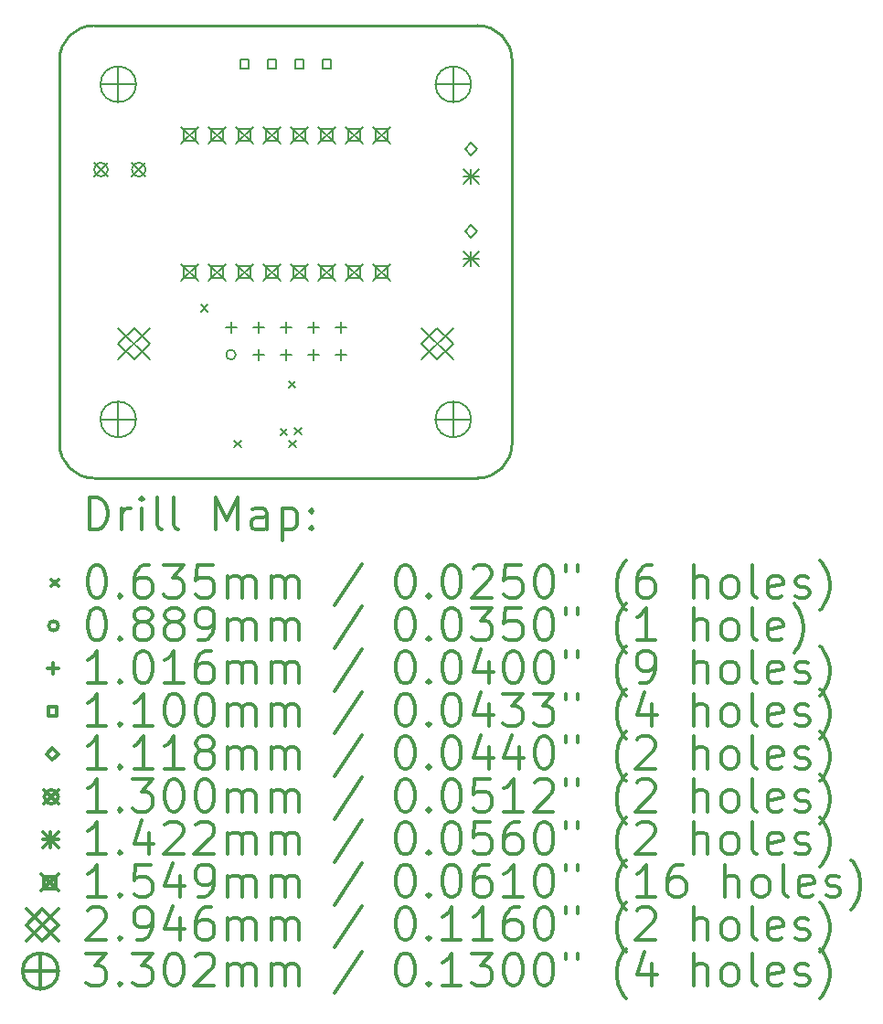
<source format=gbr>
%FSLAX45Y45*%
G04 Gerber Fmt 4.5, Leading zero omitted, Abs format (unit mm)*
G04 Created by KiCad (PCBNEW 5.1.10) date 2021-11-03 11:58:50*
%MOMM*%
%LPD*%
G01*
G04 APERTURE LIST*
%TA.AperFunction,Profile*%
%ADD10C,0.228600*%
%TD*%
%ADD11C,0.200000*%
%ADD12C,0.300000*%
G04 APERTURE END LIST*
D10*
X12192000Y-10985500D02*
G75*
G02*
X11874500Y-10668000I0J317500D01*
G01*
X16065500Y-10668000D02*
G75*
G02*
X15748000Y-10985500I-317500J0D01*
G01*
X15748000Y-6794500D02*
G75*
G02*
X16065500Y-7112000I0J-317500D01*
G01*
X11874500Y-7112000D02*
G75*
G02*
X12192000Y-6794500I317500J0D01*
G01*
X11874500Y-7112000D02*
X11874500Y-10668000D01*
X12192000Y-10985500D02*
X15748000Y-10985500D01*
X16065500Y-7112000D02*
X16065500Y-10668000D01*
X12192000Y-6794500D02*
X15748000Y-6794500D01*
D11*
X13184660Y-9378200D02*
X13248160Y-9441700D01*
X13248160Y-9378200D02*
X13184660Y-9441700D01*
X13493750Y-10636580D02*
X13557250Y-10700080D01*
X13557250Y-10636580D02*
X13493750Y-10700080D01*
X13922010Y-10526410D02*
X13985510Y-10589910D01*
X13985510Y-10526410D02*
X13922010Y-10589910D01*
X13996230Y-10086130D02*
X14059730Y-10149630D01*
X14059730Y-10086130D02*
X13996230Y-10149630D01*
X14001750Y-10636580D02*
X14065250Y-10700080D01*
X14065250Y-10636580D02*
X14001750Y-10700080D01*
X14052910Y-10517950D02*
X14116410Y-10581450D01*
X14116410Y-10517950D02*
X14052910Y-10581450D01*
X13506450Y-9842500D02*
G75*
G03*
X13506450Y-9842500I-44450J0D01*
G01*
X13462000Y-9537700D02*
X13462000Y-9639300D01*
X13411200Y-9588500D02*
X13512800Y-9588500D01*
X13716000Y-9537700D02*
X13716000Y-9639300D01*
X13665200Y-9588500D02*
X13766800Y-9588500D01*
X13716000Y-9791700D02*
X13716000Y-9893300D01*
X13665200Y-9842500D02*
X13766800Y-9842500D01*
X13970000Y-9537700D02*
X13970000Y-9639300D01*
X13919200Y-9588500D02*
X14020800Y-9588500D01*
X13970000Y-9791700D02*
X13970000Y-9893300D01*
X13919200Y-9842500D02*
X14020800Y-9842500D01*
X14224000Y-9537700D02*
X14224000Y-9639300D01*
X14173200Y-9588500D02*
X14274800Y-9588500D01*
X14224000Y-9791700D02*
X14224000Y-9893300D01*
X14173200Y-9842500D02*
X14274800Y-9842500D01*
X14478000Y-9537700D02*
X14478000Y-9639300D01*
X14427200Y-9588500D02*
X14528800Y-9588500D01*
X14478000Y-9791700D02*
X14478000Y-9893300D01*
X14427200Y-9842500D02*
X14528800Y-9842500D01*
X13627891Y-7188991D02*
X13627891Y-7111209D01*
X13550109Y-7111209D01*
X13550109Y-7188991D01*
X13627891Y-7188991D01*
X13881891Y-7188991D02*
X13881891Y-7111209D01*
X13804109Y-7111209D01*
X13804109Y-7188991D01*
X13881891Y-7188991D01*
X14135891Y-7188991D02*
X14135891Y-7111209D01*
X14058109Y-7111209D01*
X14058109Y-7188991D01*
X14135891Y-7188991D01*
X14389891Y-7188991D02*
X14389891Y-7111209D01*
X14312109Y-7111209D01*
X14312109Y-7188991D01*
X14389891Y-7188991D01*
X15684500Y-7993380D02*
X15740380Y-7937500D01*
X15684500Y-7881620D01*
X15628620Y-7937500D01*
X15684500Y-7993380D01*
X15684500Y-8755380D02*
X15740380Y-8699500D01*
X15684500Y-8643620D01*
X15628620Y-8699500D01*
X15684500Y-8755380D01*
X12193300Y-8063000D02*
X12323300Y-8193000D01*
X12323300Y-8063000D02*
X12193300Y-8193000D01*
X12323300Y-8128000D02*
G75*
G03*
X12323300Y-8128000I-65000J0D01*
G01*
X12543300Y-8063000D02*
X12673300Y-8193000D01*
X12673300Y-8063000D02*
X12543300Y-8193000D01*
X12673300Y-8128000D02*
G75*
G03*
X12673300Y-8128000I-65000J0D01*
G01*
X15613380Y-8120380D02*
X15755620Y-8262620D01*
X15755620Y-8120380D02*
X15613380Y-8262620D01*
X15684500Y-8120380D02*
X15684500Y-8262620D01*
X15613380Y-8191500D02*
X15755620Y-8191500D01*
X15613380Y-8882380D02*
X15755620Y-9024620D01*
X15755620Y-8882380D02*
X15613380Y-9024620D01*
X15684500Y-8882380D02*
X15684500Y-9024620D01*
X15613380Y-8953500D02*
X15755620Y-8953500D01*
X13003530Y-7733030D02*
X13158470Y-7887970D01*
X13158470Y-7733030D02*
X13003530Y-7887970D01*
X13135780Y-7865280D02*
X13135780Y-7755720D01*
X13026220Y-7755720D01*
X13026220Y-7865280D01*
X13135780Y-7865280D01*
X13003530Y-9003030D02*
X13158470Y-9157970D01*
X13158470Y-9003030D02*
X13003530Y-9157970D01*
X13135780Y-9135280D02*
X13135780Y-9025720D01*
X13026220Y-9025720D01*
X13026220Y-9135280D01*
X13135780Y-9135280D01*
X13257530Y-7733030D02*
X13412470Y-7887970D01*
X13412470Y-7733030D02*
X13257530Y-7887970D01*
X13389780Y-7865280D02*
X13389780Y-7755720D01*
X13280220Y-7755720D01*
X13280220Y-7865280D01*
X13389780Y-7865280D01*
X13257530Y-9003030D02*
X13412470Y-9157970D01*
X13412470Y-9003030D02*
X13257530Y-9157970D01*
X13389780Y-9135280D02*
X13389780Y-9025720D01*
X13280220Y-9025720D01*
X13280220Y-9135280D01*
X13389780Y-9135280D01*
X13511530Y-7733030D02*
X13666470Y-7887970D01*
X13666470Y-7733030D02*
X13511530Y-7887970D01*
X13643780Y-7865280D02*
X13643780Y-7755720D01*
X13534220Y-7755720D01*
X13534220Y-7865280D01*
X13643780Y-7865280D01*
X13511530Y-9003030D02*
X13666470Y-9157970D01*
X13666470Y-9003030D02*
X13511530Y-9157970D01*
X13643780Y-9135280D02*
X13643780Y-9025720D01*
X13534220Y-9025720D01*
X13534220Y-9135280D01*
X13643780Y-9135280D01*
X13765530Y-7733030D02*
X13920470Y-7887970D01*
X13920470Y-7733030D02*
X13765530Y-7887970D01*
X13897780Y-7865280D02*
X13897780Y-7755720D01*
X13788220Y-7755720D01*
X13788220Y-7865280D01*
X13897780Y-7865280D01*
X13765530Y-9003030D02*
X13920470Y-9157970D01*
X13920470Y-9003030D02*
X13765530Y-9157970D01*
X13897780Y-9135280D02*
X13897780Y-9025720D01*
X13788220Y-9025720D01*
X13788220Y-9135280D01*
X13897780Y-9135280D01*
X14019530Y-7733030D02*
X14174470Y-7887970D01*
X14174470Y-7733030D02*
X14019530Y-7887970D01*
X14151780Y-7865280D02*
X14151780Y-7755720D01*
X14042220Y-7755720D01*
X14042220Y-7865280D01*
X14151780Y-7865280D01*
X14019530Y-9003030D02*
X14174470Y-9157970D01*
X14174470Y-9003030D02*
X14019530Y-9157970D01*
X14151780Y-9135280D02*
X14151780Y-9025720D01*
X14042220Y-9025720D01*
X14042220Y-9135280D01*
X14151780Y-9135280D01*
X14273530Y-7733030D02*
X14428470Y-7887970D01*
X14428470Y-7733030D02*
X14273530Y-7887970D01*
X14405780Y-7865280D02*
X14405780Y-7755720D01*
X14296220Y-7755720D01*
X14296220Y-7865280D01*
X14405780Y-7865280D01*
X14273530Y-9003030D02*
X14428470Y-9157970D01*
X14428470Y-9003030D02*
X14273530Y-9157970D01*
X14405780Y-9135280D02*
X14405780Y-9025720D01*
X14296220Y-9025720D01*
X14296220Y-9135280D01*
X14405780Y-9135280D01*
X14527530Y-7733030D02*
X14682470Y-7887970D01*
X14682470Y-7733030D02*
X14527530Y-7887970D01*
X14659780Y-7865280D02*
X14659780Y-7755720D01*
X14550220Y-7755720D01*
X14550220Y-7865280D01*
X14659780Y-7865280D01*
X14527530Y-9003030D02*
X14682470Y-9157970D01*
X14682470Y-9003030D02*
X14527530Y-9157970D01*
X14659780Y-9135280D02*
X14659780Y-9025720D01*
X14550220Y-9025720D01*
X14550220Y-9135280D01*
X14659780Y-9135280D01*
X14781530Y-7733030D02*
X14936470Y-7887970D01*
X14936470Y-7733030D02*
X14781530Y-7887970D01*
X14913780Y-7865280D02*
X14913780Y-7755720D01*
X14804220Y-7755720D01*
X14804220Y-7865280D01*
X14913780Y-7865280D01*
X14781530Y-9003030D02*
X14936470Y-9157970D01*
X14936470Y-9003030D02*
X14781530Y-9157970D01*
X14913780Y-9135280D02*
X14913780Y-9025720D01*
X14804220Y-9025720D01*
X14804220Y-9135280D01*
X14913780Y-9135280D01*
X12419330Y-9593580D02*
X12713970Y-9888220D01*
X12713970Y-9593580D02*
X12419330Y-9888220D01*
X12566650Y-9888220D02*
X12713970Y-9740900D01*
X12566650Y-9593580D01*
X12419330Y-9740900D01*
X12566650Y-9888220D01*
X15226030Y-9593580D02*
X15520670Y-9888220D01*
X15520670Y-9593580D02*
X15226030Y-9888220D01*
X15373350Y-9888220D02*
X15520670Y-9740900D01*
X15373350Y-9593580D01*
X15226030Y-9740900D01*
X15373350Y-9888220D01*
X12418100Y-7172960D02*
X12418100Y-7503160D01*
X12253000Y-7338060D02*
X12583200Y-7338060D01*
X12583200Y-7338060D02*
G75*
G03*
X12583200Y-7338060I-165100J0D01*
G01*
X12418100Y-10276800D02*
X12418100Y-10607000D01*
X12253000Y-10441900D02*
X12583200Y-10441900D01*
X12583200Y-10441900D02*
G75*
G03*
X12583200Y-10441900I-165100J0D01*
G01*
X15521900Y-7172960D02*
X15521900Y-7503160D01*
X15356800Y-7338060D02*
X15687000Y-7338060D01*
X15687000Y-7338060D02*
G75*
G03*
X15687000Y-7338060I-165100J0D01*
G01*
X15521900Y-10276800D02*
X15521900Y-10607000D01*
X15356800Y-10441900D02*
X15687000Y-10441900D01*
X15687000Y-10441900D02*
G75*
G03*
X15687000Y-10441900I-165100J0D01*
G01*
D12*
X12149498Y-11462644D02*
X12149498Y-11162644D01*
X12220927Y-11162644D01*
X12263784Y-11176930D01*
X12292356Y-11205501D01*
X12306641Y-11234073D01*
X12320927Y-11291216D01*
X12320927Y-11334073D01*
X12306641Y-11391216D01*
X12292356Y-11419787D01*
X12263784Y-11448359D01*
X12220927Y-11462644D01*
X12149498Y-11462644D01*
X12449498Y-11462644D02*
X12449498Y-11262644D01*
X12449498Y-11319787D02*
X12463784Y-11291216D01*
X12478070Y-11276930D01*
X12506641Y-11262644D01*
X12535213Y-11262644D01*
X12635213Y-11462644D02*
X12635213Y-11262644D01*
X12635213Y-11162644D02*
X12620927Y-11176930D01*
X12635213Y-11191216D01*
X12649498Y-11176930D01*
X12635213Y-11162644D01*
X12635213Y-11191216D01*
X12820927Y-11462644D02*
X12792356Y-11448359D01*
X12778070Y-11419787D01*
X12778070Y-11162644D01*
X12978070Y-11462644D02*
X12949498Y-11448359D01*
X12935213Y-11419787D01*
X12935213Y-11162644D01*
X13320927Y-11462644D02*
X13320927Y-11162644D01*
X13420927Y-11376930D01*
X13520927Y-11162644D01*
X13520927Y-11462644D01*
X13792356Y-11462644D02*
X13792356Y-11305501D01*
X13778070Y-11276930D01*
X13749498Y-11262644D01*
X13692356Y-11262644D01*
X13663784Y-11276930D01*
X13792356Y-11448359D02*
X13763784Y-11462644D01*
X13692356Y-11462644D01*
X13663784Y-11448359D01*
X13649498Y-11419787D01*
X13649498Y-11391216D01*
X13663784Y-11362644D01*
X13692356Y-11348359D01*
X13763784Y-11348359D01*
X13792356Y-11334073D01*
X13935213Y-11262644D02*
X13935213Y-11562644D01*
X13935213Y-11276930D02*
X13963784Y-11262644D01*
X14020927Y-11262644D01*
X14049498Y-11276930D01*
X14063784Y-11291216D01*
X14078070Y-11319787D01*
X14078070Y-11405501D01*
X14063784Y-11434073D01*
X14049498Y-11448359D01*
X14020927Y-11462644D01*
X13963784Y-11462644D01*
X13935213Y-11448359D01*
X14206641Y-11434073D02*
X14220927Y-11448359D01*
X14206641Y-11462644D01*
X14192356Y-11448359D01*
X14206641Y-11434073D01*
X14206641Y-11462644D01*
X14206641Y-11276930D02*
X14220927Y-11291216D01*
X14206641Y-11305501D01*
X14192356Y-11291216D01*
X14206641Y-11276930D01*
X14206641Y-11305501D01*
X11799570Y-11925180D02*
X11863070Y-11988680D01*
X11863070Y-11925180D02*
X11799570Y-11988680D01*
X12206641Y-11792644D02*
X12235213Y-11792644D01*
X12263784Y-11806930D01*
X12278070Y-11821216D01*
X12292356Y-11849787D01*
X12306641Y-11906930D01*
X12306641Y-11978359D01*
X12292356Y-12035501D01*
X12278070Y-12064073D01*
X12263784Y-12078359D01*
X12235213Y-12092644D01*
X12206641Y-12092644D01*
X12178070Y-12078359D01*
X12163784Y-12064073D01*
X12149498Y-12035501D01*
X12135213Y-11978359D01*
X12135213Y-11906930D01*
X12149498Y-11849787D01*
X12163784Y-11821216D01*
X12178070Y-11806930D01*
X12206641Y-11792644D01*
X12435213Y-12064073D02*
X12449498Y-12078359D01*
X12435213Y-12092644D01*
X12420927Y-12078359D01*
X12435213Y-12064073D01*
X12435213Y-12092644D01*
X12706641Y-11792644D02*
X12649498Y-11792644D01*
X12620927Y-11806930D01*
X12606641Y-11821216D01*
X12578070Y-11864073D01*
X12563784Y-11921216D01*
X12563784Y-12035501D01*
X12578070Y-12064073D01*
X12592356Y-12078359D01*
X12620927Y-12092644D01*
X12678070Y-12092644D01*
X12706641Y-12078359D01*
X12720927Y-12064073D01*
X12735213Y-12035501D01*
X12735213Y-11964073D01*
X12720927Y-11935501D01*
X12706641Y-11921216D01*
X12678070Y-11906930D01*
X12620927Y-11906930D01*
X12592356Y-11921216D01*
X12578070Y-11935501D01*
X12563784Y-11964073D01*
X12835213Y-11792644D02*
X13020927Y-11792644D01*
X12920927Y-11906930D01*
X12963784Y-11906930D01*
X12992356Y-11921216D01*
X13006641Y-11935501D01*
X13020927Y-11964073D01*
X13020927Y-12035501D01*
X13006641Y-12064073D01*
X12992356Y-12078359D01*
X12963784Y-12092644D01*
X12878070Y-12092644D01*
X12849498Y-12078359D01*
X12835213Y-12064073D01*
X13292356Y-11792644D02*
X13149498Y-11792644D01*
X13135213Y-11935501D01*
X13149498Y-11921216D01*
X13178070Y-11906930D01*
X13249498Y-11906930D01*
X13278070Y-11921216D01*
X13292356Y-11935501D01*
X13306641Y-11964073D01*
X13306641Y-12035501D01*
X13292356Y-12064073D01*
X13278070Y-12078359D01*
X13249498Y-12092644D01*
X13178070Y-12092644D01*
X13149498Y-12078359D01*
X13135213Y-12064073D01*
X13435213Y-12092644D02*
X13435213Y-11892644D01*
X13435213Y-11921216D02*
X13449498Y-11906930D01*
X13478070Y-11892644D01*
X13520927Y-11892644D01*
X13549498Y-11906930D01*
X13563784Y-11935501D01*
X13563784Y-12092644D01*
X13563784Y-11935501D02*
X13578070Y-11906930D01*
X13606641Y-11892644D01*
X13649498Y-11892644D01*
X13678070Y-11906930D01*
X13692356Y-11935501D01*
X13692356Y-12092644D01*
X13835213Y-12092644D02*
X13835213Y-11892644D01*
X13835213Y-11921216D02*
X13849498Y-11906930D01*
X13878070Y-11892644D01*
X13920927Y-11892644D01*
X13949498Y-11906930D01*
X13963784Y-11935501D01*
X13963784Y-12092644D01*
X13963784Y-11935501D02*
X13978070Y-11906930D01*
X14006641Y-11892644D01*
X14049498Y-11892644D01*
X14078070Y-11906930D01*
X14092356Y-11935501D01*
X14092356Y-12092644D01*
X14678070Y-11778359D02*
X14420927Y-12164073D01*
X15063784Y-11792644D02*
X15092356Y-11792644D01*
X15120927Y-11806930D01*
X15135213Y-11821216D01*
X15149498Y-11849787D01*
X15163784Y-11906930D01*
X15163784Y-11978359D01*
X15149498Y-12035501D01*
X15135213Y-12064073D01*
X15120927Y-12078359D01*
X15092356Y-12092644D01*
X15063784Y-12092644D01*
X15035213Y-12078359D01*
X15020927Y-12064073D01*
X15006641Y-12035501D01*
X14992356Y-11978359D01*
X14992356Y-11906930D01*
X15006641Y-11849787D01*
X15020927Y-11821216D01*
X15035213Y-11806930D01*
X15063784Y-11792644D01*
X15292356Y-12064073D02*
X15306641Y-12078359D01*
X15292356Y-12092644D01*
X15278070Y-12078359D01*
X15292356Y-12064073D01*
X15292356Y-12092644D01*
X15492356Y-11792644D02*
X15520927Y-11792644D01*
X15549498Y-11806930D01*
X15563784Y-11821216D01*
X15578070Y-11849787D01*
X15592356Y-11906930D01*
X15592356Y-11978359D01*
X15578070Y-12035501D01*
X15563784Y-12064073D01*
X15549498Y-12078359D01*
X15520927Y-12092644D01*
X15492356Y-12092644D01*
X15463784Y-12078359D01*
X15449498Y-12064073D01*
X15435213Y-12035501D01*
X15420927Y-11978359D01*
X15420927Y-11906930D01*
X15435213Y-11849787D01*
X15449498Y-11821216D01*
X15463784Y-11806930D01*
X15492356Y-11792644D01*
X15706641Y-11821216D02*
X15720927Y-11806930D01*
X15749498Y-11792644D01*
X15820927Y-11792644D01*
X15849498Y-11806930D01*
X15863784Y-11821216D01*
X15878070Y-11849787D01*
X15878070Y-11878359D01*
X15863784Y-11921216D01*
X15692356Y-12092644D01*
X15878070Y-12092644D01*
X16149498Y-11792644D02*
X16006641Y-11792644D01*
X15992356Y-11935501D01*
X16006641Y-11921216D01*
X16035213Y-11906930D01*
X16106641Y-11906930D01*
X16135213Y-11921216D01*
X16149498Y-11935501D01*
X16163784Y-11964073D01*
X16163784Y-12035501D01*
X16149498Y-12064073D01*
X16135213Y-12078359D01*
X16106641Y-12092644D01*
X16035213Y-12092644D01*
X16006641Y-12078359D01*
X15992356Y-12064073D01*
X16349498Y-11792644D02*
X16378070Y-11792644D01*
X16406641Y-11806930D01*
X16420927Y-11821216D01*
X16435213Y-11849787D01*
X16449498Y-11906930D01*
X16449498Y-11978359D01*
X16435213Y-12035501D01*
X16420927Y-12064073D01*
X16406641Y-12078359D01*
X16378070Y-12092644D01*
X16349498Y-12092644D01*
X16320927Y-12078359D01*
X16306641Y-12064073D01*
X16292356Y-12035501D01*
X16278070Y-11978359D01*
X16278070Y-11906930D01*
X16292356Y-11849787D01*
X16306641Y-11821216D01*
X16320927Y-11806930D01*
X16349498Y-11792644D01*
X16563784Y-11792644D02*
X16563784Y-11849787D01*
X16678070Y-11792644D02*
X16678070Y-11849787D01*
X17120927Y-12206930D02*
X17106641Y-12192644D01*
X17078070Y-12149787D01*
X17063784Y-12121216D01*
X17049498Y-12078359D01*
X17035213Y-12006930D01*
X17035213Y-11949787D01*
X17049498Y-11878359D01*
X17063784Y-11835501D01*
X17078070Y-11806930D01*
X17106641Y-11764073D01*
X17120927Y-11749787D01*
X17363784Y-11792644D02*
X17306641Y-11792644D01*
X17278070Y-11806930D01*
X17263784Y-11821216D01*
X17235213Y-11864073D01*
X17220927Y-11921216D01*
X17220927Y-12035501D01*
X17235213Y-12064073D01*
X17249498Y-12078359D01*
X17278070Y-12092644D01*
X17335213Y-12092644D01*
X17363784Y-12078359D01*
X17378070Y-12064073D01*
X17392356Y-12035501D01*
X17392356Y-11964073D01*
X17378070Y-11935501D01*
X17363784Y-11921216D01*
X17335213Y-11906930D01*
X17278070Y-11906930D01*
X17249498Y-11921216D01*
X17235213Y-11935501D01*
X17220927Y-11964073D01*
X17749498Y-12092644D02*
X17749498Y-11792644D01*
X17878070Y-12092644D02*
X17878070Y-11935501D01*
X17863784Y-11906930D01*
X17835213Y-11892644D01*
X17792356Y-11892644D01*
X17763784Y-11906930D01*
X17749498Y-11921216D01*
X18063784Y-12092644D02*
X18035213Y-12078359D01*
X18020927Y-12064073D01*
X18006641Y-12035501D01*
X18006641Y-11949787D01*
X18020927Y-11921216D01*
X18035213Y-11906930D01*
X18063784Y-11892644D01*
X18106641Y-11892644D01*
X18135213Y-11906930D01*
X18149498Y-11921216D01*
X18163784Y-11949787D01*
X18163784Y-12035501D01*
X18149498Y-12064073D01*
X18135213Y-12078359D01*
X18106641Y-12092644D01*
X18063784Y-12092644D01*
X18335213Y-12092644D02*
X18306641Y-12078359D01*
X18292356Y-12049787D01*
X18292356Y-11792644D01*
X18563784Y-12078359D02*
X18535213Y-12092644D01*
X18478070Y-12092644D01*
X18449498Y-12078359D01*
X18435213Y-12049787D01*
X18435213Y-11935501D01*
X18449498Y-11906930D01*
X18478070Y-11892644D01*
X18535213Y-11892644D01*
X18563784Y-11906930D01*
X18578070Y-11935501D01*
X18578070Y-11964073D01*
X18435213Y-11992644D01*
X18692356Y-12078359D02*
X18720927Y-12092644D01*
X18778070Y-12092644D01*
X18806641Y-12078359D01*
X18820927Y-12049787D01*
X18820927Y-12035501D01*
X18806641Y-12006930D01*
X18778070Y-11992644D01*
X18735213Y-11992644D01*
X18706641Y-11978359D01*
X18692356Y-11949787D01*
X18692356Y-11935501D01*
X18706641Y-11906930D01*
X18735213Y-11892644D01*
X18778070Y-11892644D01*
X18806641Y-11906930D01*
X18920927Y-12206930D02*
X18935213Y-12192644D01*
X18963784Y-12149787D01*
X18978070Y-12121216D01*
X18992356Y-12078359D01*
X19006641Y-12006930D01*
X19006641Y-11949787D01*
X18992356Y-11878359D01*
X18978070Y-11835501D01*
X18963784Y-11806930D01*
X18935213Y-11764073D01*
X18920927Y-11749787D01*
X11863070Y-12352930D02*
G75*
G03*
X11863070Y-12352930I-44450J0D01*
G01*
X12206641Y-12188644D02*
X12235213Y-12188644D01*
X12263784Y-12202930D01*
X12278070Y-12217216D01*
X12292356Y-12245787D01*
X12306641Y-12302930D01*
X12306641Y-12374359D01*
X12292356Y-12431501D01*
X12278070Y-12460073D01*
X12263784Y-12474359D01*
X12235213Y-12488644D01*
X12206641Y-12488644D01*
X12178070Y-12474359D01*
X12163784Y-12460073D01*
X12149498Y-12431501D01*
X12135213Y-12374359D01*
X12135213Y-12302930D01*
X12149498Y-12245787D01*
X12163784Y-12217216D01*
X12178070Y-12202930D01*
X12206641Y-12188644D01*
X12435213Y-12460073D02*
X12449498Y-12474359D01*
X12435213Y-12488644D01*
X12420927Y-12474359D01*
X12435213Y-12460073D01*
X12435213Y-12488644D01*
X12620927Y-12317216D02*
X12592356Y-12302930D01*
X12578070Y-12288644D01*
X12563784Y-12260073D01*
X12563784Y-12245787D01*
X12578070Y-12217216D01*
X12592356Y-12202930D01*
X12620927Y-12188644D01*
X12678070Y-12188644D01*
X12706641Y-12202930D01*
X12720927Y-12217216D01*
X12735213Y-12245787D01*
X12735213Y-12260073D01*
X12720927Y-12288644D01*
X12706641Y-12302930D01*
X12678070Y-12317216D01*
X12620927Y-12317216D01*
X12592356Y-12331501D01*
X12578070Y-12345787D01*
X12563784Y-12374359D01*
X12563784Y-12431501D01*
X12578070Y-12460073D01*
X12592356Y-12474359D01*
X12620927Y-12488644D01*
X12678070Y-12488644D01*
X12706641Y-12474359D01*
X12720927Y-12460073D01*
X12735213Y-12431501D01*
X12735213Y-12374359D01*
X12720927Y-12345787D01*
X12706641Y-12331501D01*
X12678070Y-12317216D01*
X12906641Y-12317216D02*
X12878070Y-12302930D01*
X12863784Y-12288644D01*
X12849498Y-12260073D01*
X12849498Y-12245787D01*
X12863784Y-12217216D01*
X12878070Y-12202930D01*
X12906641Y-12188644D01*
X12963784Y-12188644D01*
X12992356Y-12202930D01*
X13006641Y-12217216D01*
X13020927Y-12245787D01*
X13020927Y-12260073D01*
X13006641Y-12288644D01*
X12992356Y-12302930D01*
X12963784Y-12317216D01*
X12906641Y-12317216D01*
X12878070Y-12331501D01*
X12863784Y-12345787D01*
X12849498Y-12374359D01*
X12849498Y-12431501D01*
X12863784Y-12460073D01*
X12878070Y-12474359D01*
X12906641Y-12488644D01*
X12963784Y-12488644D01*
X12992356Y-12474359D01*
X13006641Y-12460073D01*
X13020927Y-12431501D01*
X13020927Y-12374359D01*
X13006641Y-12345787D01*
X12992356Y-12331501D01*
X12963784Y-12317216D01*
X13163784Y-12488644D02*
X13220927Y-12488644D01*
X13249498Y-12474359D01*
X13263784Y-12460073D01*
X13292356Y-12417216D01*
X13306641Y-12360073D01*
X13306641Y-12245787D01*
X13292356Y-12217216D01*
X13278070Y-12202930D01*
X13249498Y-12188644D01*
X13192356Y-12188644D01*
X13163784Y-12202930D01*
X13149498Y-12217216D01*
X13135213Y-12245787D01*
X13135213Y-12317216D01*
X13149498Y-12345787D01*
X13163784Y-12360073D01*
X13192356Y-12374359D01*
X13249498Y-12374359D01*
X13278070Y-12360073D01*
X13292356Y-12345787D01*
X13306641Y-12317216D01*
X13435213Y-12488644D02*
X13435213Y-12288644D01*
X13435213Y-12317216D02*
X13449498Y-12302930D01*
X13478070Y-12288644D01*
X13520927Y-12288644D01*
X13549498Y-12302930D01*
X13563784Y-12331501D01*
X13563784Y-12488644D01*
X13563784Y-12331501D02*
X13578070Y-12302930D01*
X13606641Y-12288644D01*
X13649498Y-12288644D01*
X13678070Y-12302930D01*
X13692356Y-12331501D01*
X13692356Y-12488644D01*
X13835213Y-12488644D02*
X13835213Y-12288644D01*
X13835213Y-12317216D02*
X13849498Y-12302930D01*
X13878070Y-12288644D01*
X13920927Y-12288644D01*
X13949498Y-12302930D01*
X13963784Y-12331501D01*
X13963784Y-12488644D01*
X13963784Y-12331501D02*
X13978070Y-12302930D01*
X14006641Y-12288644D01*
X14049498Y-12288644D01*
X14078070Y-12302930D01*
X14092356Y-12331501D01*
X14092356Y-12488644D01*
X14678070Y-12174359D02*
X14420927Y-12560073D01*
X15063784Y-12188644D02*
X15092356Y-12188644D01*
X15120927Y-12202930D01*
X15135213Y-12217216D01*
X15149498Y-12245787D01*
X15163784Y-12302930D01*
X15163784Y-12374359D01*
X15149498Y-12431501D01*
X15135213Y-12460073D01*
X15120927Y-12474359D01*
X15092356Y-12488644D01*
X15063784Y-12488644D01*
X15035213Y-12474359D01*
X15020927Y-12460073D01*
X15006641Y-12431501D01*
X14992356Y-12374359D01*
X14992356Y-12302930D01*
X15006641Y-12245787D01*
X15020927Y-12217216D01*
X15035213Y-12202930D01*
X15063784Y-12188644D01*
X15292356Y-12460073D02*
X15306641Y-12474359D01*
X15292356Y-12488644D01*
X15278070Y-12474359D01*
X15292356Y-12460073D01*
X15292356Y-12488644D01*
X15492356Y-12188644D02*
X15520927Y-12188644D01*
X15549498Y-12202930D01*
X15563784Y-12217216D01*
X15578070Y-12245787D01*
X15592356Y-12302930D01*
X15592356Y-12374359D01*
X15578070Y-12431501D01*
X15563784Y-12460073D01*
X15549498Y-12474359D01*
X15520927Y-12488644D01*
X15492356Y-12488644D01*
X15463784Y-12474359D01*
X15449498Y-12460073D01*
X15435213Y-12431501D01*
X15420927Y-12374359D01*
X15420927Y-12302930D01*
X15435213Y-12245787D01*
X15449498Y-12217216D01*
X15463784Y-12202930D01*
X15492356Y-12188644D01*
X15692356Y-12188644D02*
X15878070Y-12188644D01*
X15778070Y-12302930D01*
X15820927Y-12302930D01*
X15849498Y-12317216D01*
X15863784Y-12331501D01*
X15878070Y-12360073D01*
X15878070Y-12431501D01*
X15863784Y-12460073D01*
X15849498Y-12474359D01*
X15820927Y-12488644D01*
X15735213Y-12488644D01*
X15706641Y-12474359D01*
X15692356Y-12460073D01*
X16149498Y-12188644D02*
X16006641Y-12188644D01*
X15992356Y-12331501D01*
X16006641Y-12317216D01*
X16035213Y-12302930D01*
X16106641Y-12302930D01*
X16135213Y-12317216D01*
X16149498Y-12331501D01*
X16163784Y-12360073D01*
X16163784Y-12431501D01*
X16149498Y-12460073D01*
X16135213Y-12474359D01*
X16106641Y-12488644D01*
X16035213Y-12488644D01*
X16006641Y-12474359D01*
X15992356Y-12460073D01*
X16349498Y-12188644D02*
X16378070Y-12188644D01*
X16406641Y-12202930D01*
X16420927Y-12217216D01*
X16435213Y-12245787D01*
X16449498Y-12302930D01*
X16449498Y-12374359D01*
X16435213Y-12431501D01*
X16420927Y-12460073D01*
X16406641Y-12474359D01*
X16378070Y-12488644D01*
X16349498Y-12488644D01*
X16320927Y-12474359D01*
X16306641Y-12460073D01*
X16292356Y-12431501D01*
X16278070Y-12374359D01*
X16278070Y-12302930D01*
X16292356Y-12245787D01*
X16306641Y-12217216D01*
X16320927Y-12202930D01*
X16349498Y-12188644D01*
X16563784Y-12188644D02*
X16563784Y-12245787D01*
X16678070Y-12188644D02*
X16678070Y-12245787D01*
X17120927Y-12602930D02*
X17106641Y-12588644D01*
X17078070Y-12545787D01*
X17063784Y-12517216D01*
X17049498Y-12474359D01*
X17035213Y-12402930D01*
X17035213Y-12345787D01*
X17049498Y-12274359D01*
X17063784Y-12231501D01*
X17078070Y-12202930D01*
X17106641Y-12160073D01*
X17120927Y-12145787D01*
X17392356Y-12488644D02*
X17220927Y-12488644D01*
X17306641Y-12488644D02*
X17306641Y-12188644D01*
X17278070Y-12231501D01*
X17249498Y-12260073D01*
X17220927Y-12274359D01*
X17749498Y-12488644D02*
X17749498Y-12188644D01*
X17878070Y-12488644D02*
X17878070Y-12331501D01*
X17863784Y-12302930D01*
X17835213Y-12288644D01*
X17792356Y-12288644D01*
X17763784Y-12302930D01*
X17749498Y-12317216D01*
X18063784Y-12488644D02*
X18035213Y-12474359D01*
X18020927Y-12460073D01*
X18006641Y-12431501D01*
X18006641Y-12345787D01*
X18020927Y-12317216D01*
X18035213Y-12302930D01*
X18063784Y-12288644D01*
X18106641Y-12288644D01*
X18135213Y-12302930D01*
X18149498Y-12317216D01*
X18163784Y-12345787D01*
X18163784Y-12431501D01*
X18149498Y-12460073D01*
X18135213Y-12474359D01*
X18106641Y-12488644D01*
X18063784Y-12488644D01*
X18335213Y-12488644D02*
X18306641Y-12474359D01*
X18292356Y-12445787D01*
X18292356Y-12188644D01*
X18563784Y-12474359D02*
X18535213Y-12488644D01*
X18478070Y-12488644D01*
X18449498Y-12474359D01*
X18435213Y-12445787D01*
X18435213Y-12331501D01*
X18449498Y-12302930D01*
X18478070Y-12288644D01*
X18535213Y-12288644D01*
X18563784Y-12302930D01*
X18578070Y-12331501D01*
X18578070Y-12360073D01*
X18435213Y-12388644D01*
X18678070Y-12602930D02*
X18692356Y-12588644D01*
X18720927Y-12545787D01*
X18735213Y-12517216D01*
X18749498Y-12474359D01*
X18763784Y-12402930D01*
X18763784Y-12345787D01*
X18749498Y-12274359D01*
X18735213Y-12231501D01*
X18720927Y-12202930D01*
X18692356Y-12160073D01*
X18678070Y-12145787D01*
X11812270Y-12698130D02*
X11812270Y-12799730D01*
X11761470Y-12748930D02*
X11863070Y-12748930D01*
X12306641Y-12884644D02*
X12135213Y-12884644D01*
X12220927Y-12884644D02*
X12220927Y-12584644D01*
X12192356Y-12627501D01*
X12163784Y-12656073D01*
X12135213Y-12670359D01*
X12435213Y-12856073D02*
X12449498Y-12870359D01*
X12435213Y-12884644D01*
X12420927Y-12870359D01*
X12435213Y-12856073D01*
X12435213Y-12884644D01*
X12635213Y-12584644D02*
X12663784Y-12584644D01*
X12692356Y-12598930D01*
X12706641Y-12613216D01*
X12720927Y-12641787D01*
X12735213Y-12698930D01*
X12735213Y-12770359D01*
X12720927Y-12827501D01*
X12706641Y-12856073D01*
X12692356Y-12870359D01*
X12663784Y-12884644D01*
X12635213Y-12884644D01*
X12606641Y-12870359D01*
X12592356Y-12856073D01*
X12578070Y-12827501D01*
X12563784Y-12770359D01*
X12563784Y-12698930D01*
X12578070Y-12641787D01*
X12592356Y-12613216D01*
X12606641Y-12598930D01*
X12635213Y-12584644D01*
X13020927Y-12884644D02*
X12849498Y-12884644D01*
X12935213Y-12884644D02*
X12935213Y-12584644D01*
X12906641Y-12627501D01*
X12878070Y-12656073D01*
X12849498Y-12670359D01*
X13278070Y-12584644D02*
X13220927Y-12584644D01*
X13192356Y-12598930D01*
X13178070Y-12613216D01*
X13149498Y-12656073D01*
X13135213Y-12713216D01*
X13135213Y-12827501D01*
X13149498Y-12856073D01*
X13163784Y-12870359D01*
X13192356Y-12884644D01*
X13249498Y-12884644D01*
X13278070Y-12870359D01*
X13292356Y-12856073D01*
X13306641Y-12827501D01*
X13306641Y-12756073D01*
X13292356Y-12727501D01*
X13278070Y-12713216D01*
X13249498Y-12698930D01*
X13192356Y-12698930D01*
X13163784Y-12713216D01*
X13149498Y-12727501D01*
X13135213Y-12756073D01*
X13435213Y-12884644D02*
X13435213Y-12684644D01*
X13435213Y-12713216D02*
X13449498Y-12698930D01*
X13478070Y-12684644D01*
X13520927Y-12684644D01*
X13549498Y-12698930D01*
X13563784Y-12727501D01*
X13563784Y-12884644D01*
X13563784Y-12727501D02*
X13578070Y-12698930D01*
X13606641Y-12684644D01*
X13649498Y-12684644D01*
X13678070Y-12698930D01*
X13692356Y-12727501D01*
X13692356Y-12884644D01*
X13835213Y-12884644D02*
X13835213Y-12684644D01*
X13835213Y-12713216D02*
X13849498Y-12698930D01*
X13878070Y-12684644D01*
X13920927Y-12684644D01*
X13949498Y-12698930D01*
X13963784Y-12727501D01*
X13963784Y-12884644D01*
X13963784Y-12727501D02*
X13978070Y-12698930D01*
X14006641Y-12684644D01*
X14049498Y-12684644D01*
X14078070Y-12698930D01*
X14092356Y-12727501D01*
X14092356Y-12884644D01*
X14678070Y-12570359D02*
X14420927Y-12956073D01*
X15063784Y-12584644D02*
X15092356Y-12584644D01*
X15120927Y-12598930D01*
X15135213Y-12613216D01*
X15149498Y-12641787D01*
X15163784Y-12698930D01*
X15163784Y-12770359D01*
X15149498Y-12827501D01*
X15135213Y-12856073D01*
X15120927Y-12870359D01*
X15092356Y-12884644D01*
X15063784Y-12884644D01*
X15035213Y-12870359D01*
X15020927Y-12856073D01*
X15006641Y-12827501D01*
X14992356Y-12770359D01*
X14992356Y-12698930D01*
X15006641Y-12641787D01*
X15020927Y-12613216D01*
X15035213Y-12598930D01*
X15063784Y-12584644D01*
X15292356Y-12856073D02*
X15306641Y-12870359D01*
X15292356Y-12884644D01*
X15278070Y-12870359D01*
X15292356Y-12856073D01*
X15292356Y-12884644D01*
X15492356Y-12584644D02*
X15520927Y-12584644D01*
X15549498Y-12598930D01*
X15563784Y-12613216D01*
X15578070Y-12641787D01*
X15592356Y-12698930D01*
X15592356Y-12770359D01*
X15578070Y-12827501D01*
X15563784Y-12856073D01*
X15549498Y-12870359D01*
X15520927Y-12884644D01*
X15492356Y-12884644D01*
X15463784Y-12870359D01*
X15449498Y-12856073D01*
X15435213Y-12827501D01*
X15420927Y-12770359D01*
X15420927Y-12698930D01*
X15435213Y-12641787D01*
X15449498Y-12613216D01*
X15463784Y-12598930D01*
X15492356Y-12584644D01*
X15849498Y-12684644D02*
X15849498Y-12884644D01*
X15778070Y-12570359D02*
X15706641Y-12784644D01*
X15892356Y-12784644D01*
X16063784Y-12584644D02*
X16092356Y-12584644D01*
X16120927Y-12598930D01*
X16135213Y-12613216D01*
X16149498Y-12641787D01*
X16163784Y-12698930D01*
X16163784Y-12770359D01*
X16149498Y-12827501D01*
X16135213Y-12856073D01*
X16120927Y-12870359D01*
X16092356Y-12884644D01*
X16063784Y-12884644D01*
X16035213Y-12870359D01*
X16020927Y-12856073D01*
X16006641Y-12827501D01*
X15992356Y-12770359D01*
X15992356Y-12698930D01*
X16006641Y-12641787D01*
X16020927Y-12613216D01*
X16035213Y-12598930D01*
X16063784Y-12584644D01*
X16349498Y-12584644D02*
X16378070Y-12584644D01*
X16406641Y-12598930D01*
X16420927Y-12613216D01*
X16435213Y-12641787D01*
X16449498Y-12698930D01*
X16449498Y-12770359D01*
X16435213Y-12827501D01*
X16420927Y-12856073D01*
X16406641Y-12870359D01*
X16378070Y-12884644D01*
X16349498Y-12884644D01*
X16320927Y-12870359D01*
X16306641Y-12856073D01*
X16292356Y-12827501D01*
X16278070Y-12770359D01*
X16278070Y-12698930D01*
X16292356Y-12641787D01*
X16306641Y-12613216D01*
X16320927Y-12598930D01*
X16349498Y-12584644D01*
X16563784Y-12584644D02*
X16563784Y-12641787D01*
X16678070Y-12584644D02*
X16678070Y-12641787D01*
X17120927Y-12998930D02*
X17106641Y-12984644D01*
X17078070Y-12941787D01*
X17063784Y-12913216D01*
X17049498Y-12870359D01*
X17035213Y-12798930D01*
X17035213Y-12741787D01*
X17049498Y-12670359D01*
X17063784Y-12627501D01*
X17078070Y-12598930D01*
X17106641Y-12556073D01*
X17120927Y-12541787D01*
X17249498Y-12884644D02*
X17306641Y-12884644D01*
X17335213Y-12870359D01*
X17349498Y-12856073D01*
X17378070Y-12813216D01*
X17392356Y-12756073D01*
X17392356Y-12641787D01*
X17378070Y-12613216D01*
X17363784Y-12598930D01*
X17335213Y-12584644D01*
X17278070Y-12584644D01*
X17249498Y-12598930D01*
X17235213Y-12613216D01*
X17220927Y-12641787D01*
X17220927Y-12713216D01*
X17235213Y-12741787D01*
X17249498Y-12756073D01*
X17278070Y-12770359D01*
X17335213Y-12770359D01*
X17363784Y-12756073D01*
X17378070Y-12741787D01*
X17392356Y-12713216D01*
X17749498Y-12884644D02*
X17749498Y-12584644D01*
X17878070Y-12884644D02*
X17878070Y-12727501D01*
X17863784Y-12698930D01*
X17835213Y-12684644D01*
X17792356Y-12684644D01*
X17763784Y-12698930D01*
X17749498Y-12713216D01*
X18063784Y-12884644D02*
X18035213Y-12870359D01*
X18020927Y-12856073D01*
X18006641Y-12827501D01*
X18006641Y-12741787D01*
X18020927Y-12713216D01*
X18035213Y-12698930D01*
X18063784Y-12684644D01*
X18106641Y-12684644D01*
X18135213Y-12698930D01*
X18149498Y-12713216D01*
X18163784Y-12741787D01*
X18163784Y-12827501D01*
X18149498Y-12856073D01*
X18135213Y-12870359D01*
X18106641Y-12884644D01*
X18063784Y-12884644D01*
X18335213Y-12884644D02*
X18306641Y-12870359D01*
X18292356Y-12841787D01*
X18292356Y-12584644D01*
X18563784Y-12870359D02*
X18535213Y-12884644D01*
X18478070Y-12884644D01*
X18449498Y-12870359D01*
X18435213Y-12841787D01*
X18435213Y-12727501D01*
X18449498Y-12698930D01*
X18478070Y-12684644D01*
X18535213Y-12684644D01*
X18563784Y-12698930D01*
X18578070Y-12727501D01*
X18578070Y-12756073D01*
X18435213Y-12784644D01*
X18692356Y-12870359D02*
X18720927Y-12884644D01*
X18778070Y-12884644D01*
X18806641Y-12870359D01*
X18820927Y-12841787D01*
X18820927Y-12827501D01*
X18806641Y-12798930D01*
X18778070Y-12784644D01*
X18735213Y-12784644D01*
X18706641Y-12770359D01*
X18692356Y-12741787D01*
X18692356Y-12727501D01*
X18706641Y-12698930D01*
X18735213Y-12684644D01*
X18778070Y-12684644D01*
X18806641Y-12698930D01*
X18920927Y-12998930D02*
X18935213Y-12984644D01*
X18963784Y-12941787D01*
X18978070Y-12913216D01*
X18992356Y-12870359D01*
X19006641Y-12798930D01*
X19006641Y-12741787D01*
X18992356Y-12670359D01*
X18978070Y-12627501D01*
X18963784Y-12598930D01*
X18935213Y-12556073D01*
X18920927Y-12541787D01*
X11846961Y-13183821D02*
X11846961Y-13106039D01*
X11769179Y-13106039D01*
X11769179Y-13183821D01*
X11846961Y-13183821D01*
X12306641Y-13280644D02*
X12135213Y-13280644D01*
X12220927Y-13280644D02*
X12220927Y-12980644D01*
X12192356Y-13023501D01*
X12163784Y-13052073D01*
X12135213Y-13066359D01*
X12435213Y-13252073D02*
X12449498Y-13266359D01*
X12435213Y-13280644D01*
X12420927Y-13266359D01*
X12435213Y-13252073D01*
X12435213Y-13280644D01*
X12735213Y-13280644D02*
X12563784Y-13280644D01*
X12649498Y-13280644D02*
X12649498Y-12980644D01*
X12620927Y-13023501D01*
X12592356Y-13052073D01*
X12563784Y-13066359D01*
X12920927Y-12980644D02*
X12949498Y-12980644D01*
X12978070Y-12994930D01*
X12992356Y-13009216D01*
X13006641Y-13037787D01*
X13020927Y-13094930D01*
X13020927Y-13166359D01*
X13006641Y-13223501D01*
X12992356Y-13252073D01*
X12978070Y-13266359D01*
X12949498Y-13280644D01*
X12920927Y-13280644D01*
X12892356Y-13266359D01*
X12878070Y-13252073D01*
X12863784Y-13223501D01*
X12849498Y-13166359D01*
X12849498Y-13094930D01*
X12863784Y-13037787D01*
X12878070Y-13009216D01*
X12892356Y-12994930D01*
X12920927Y-12980644D01*
X13206641Y-12980644D02*
X13235213Y-12980644D01*
X13263784Y-12994930D01*
X13278070Y-13009216D01*
X13292356Y-13037787D01*
X13306641Y-13094930D01*
X13306641Y-13166359D01*
X13292356Y-13223501D01*
X13278070Y-13252073D01*
X13263784Y-13266359D01*
X13235213Y-13280644D01*
X13206641Y-13280644D01*
X13178070Y-13266359D01*
X13163784Y-13252073D01*
X13149498Y-13223501D01*
X13135213Y-13166359D01*
X13135213Y-13094930D01*
X13149498Y-13037787D01*
X13163784Y-13009216D01*
X13178070Y-12994930D01*
X13206641Y-12980644D01*
X13435213Y-13280644D02*
X13435213Y-13080644D01*
X13435213Y-13109216D02*
X13449498Y-13094930D01*
X13478070Y-13080644D01*
X13520927Y-13080644D01*
X13549498Y-13094930D01*
X13563784Y-13123501D01*
X13563784Y-13280644D01*
X13563784Y-13123501D02*
X13578070Y-13094930D01*
X13606641Y-13080644D01*
X13649498Y-13080644D01*
X13678070Y-13094930D01*
X13692356Y-13123501D01*
X13692356Y-13280644D01*
X13835213Y-13280644D02*
X13835213Y-13080644D01*
X13835213Y-13109216D02*
X13849498Y-13094930D01*
X13878070Y-13080644D01*
X13920927Y-13080644D01*
X13949498Y-13094930D01*
X13963784Y-13123501D01*
X13963784Y-13280644D01*
X13963784Y-13123501D02*
X13978070Y-13094930D01*
X14006641Y-13080644D01*
X14049498Y-13080644D01*
X14078070Y-13094930D01*
X14092356Y-13123501D01*
X14092356Y-13280644D01*
X14678070Y-12966359D02*
X14420927Y-13352073D01*
X15063784Y-12980644D02*
X15092356Y-12980644D01*
X15120927Y-12994930D01*
X15135213Y-13009216D01*
X15149498Y-13037787D01*
X15163784Y-13094930D01*
X15163784Y-13166359D01*
X15149498Y-13223501D01*
X15135213Y-13252073D01*
X15120927Y-13266359D01*
X15092356Y-13280644D01*
X15063784Y-13280644D01*
X15035213Y-13266359D01*
X15020927Y-13252073D01*
X15006641Y-13223501D01*
X14992356Y-13166359D01*
X14992356Y-13094930D01*
X15006641Y-13037787D01*
X15020927Y-13009216D01*
X15035213Y-12994930D01*
X15063784Y-12980644D01*
X15292356Y-13252073D02*
X15306641Y-13266359D01*
X15292356Y-13280644D01*
X15278070Y-13266359D01*
X15292356Y-13252073D01*
X15292356Y-13280644D01*
X15492356Y-12980644D02*
X15520927Y-12980644D01*
X15549498Y-12994930D01*
X15563784Y-13009216D01*
X15578070Y-13037787D01*
X15592356Y-13094930D01*
X15592356Y-13166359D01*
X15578070Y-13223501D01*
X15563784Y-13252073D01*
X15549498Y-13266359D01*
X15520927Y-13280644D01*
X15492356Y-13280644D01*
X15463784Y-13266359D01*
X15449498Y-13252073D01*
X15435213Y-13223501D01*
X15420927Y-13166359D01*
X15420927Y-13094930D01*
X15435213Y-13037787D01*
X15449498Y-13009216D01*
X15463784Y-12994930D01*
X15492356Y-12980644D01*
X15849498Y-13080644D02*
X15849498Y-13280644D01*
X15778070Y-12966359D02*
X15706641Y-13180644D01*
X15892356Y-13180644D01*
X15978070Y-12980644D02*
X16163784Y-12980644D01*
X16063784Y-13094930D01*
X16106641Y-13094930D01*
X16135213Y-13109216D01*
X16149498Y-13123501D01*
X16163784Y-13152073D01*
X16163784Y-13223501D01*
X16149498Y-13252073D01*
X16135213Y-13266359D01*
X16106641Y-13280644D01*
X16020927Y-13280644D01*
X15992356Y-13266359D01*
X15978070Y-13252073D01*
X16263784Y-12980644D02*
X16449498Y-12980644D01*
X16349498Y-13094930D01*
X16392356Y-13094930D01*
X16420927Y-13109216D01*
X16435213Y-13123501D01*
X16449498Y-13152073D01*
X16449498Y-13223501D01*
X16435213Y-13252073D01*
X16420927Y-13266359D01*
X16392356Y-13280644D01*
X16306641Y-13280644D01*
X16278070Y-13266359D01*
X16263784Y-13252073D01*
X16563784Y-12980644D02*
X16563784Y-13037787D01*
X16678070Y-12980644D02*
X16678070Y-13037787D01*
X17120927Y-13394930D02*
X17106641Y-13380644D01*
X17078070Y-13337787D01*
X17063784Y-13309216D01*
X17049498Y-13266359D01*
X17035213Y-13194930D01*
X17035213Y-13137787D01*
X17049498Y-13066359D01*
X17063784Y-13023501D01*
X17078070Y-12994930D01*
X17106641Y-12952073D01*
X17120927Y-12937787D01*
X17363784Y-13080644D02*
X17363784Y-13280644D01*
X17292356Y-12966359D02*
X17220927Y-13180644D01*
X17406641Y-13180644D01*
X17749498Y-13280644D02*
X17749498Y-12980644D01*
X17878070Y-13280644D02*
X17878070Y-13123501D01*
X17863784Y-13094930D01*
X17835213Y-13080644D01*
X17792356Y-13080644D01*
X17763784Y-13094930D01*
X17749498Y-13109216D01*
X18063784Y-13280644D02*
X18035213Y-13266359D01*
X18020927Y-13252073D01*
X18006641Y-13223501D01*
X18006641Y-13137787D01*
X18020927Y-13109216D01*
X18035213Y-13094930D01*
X18063784Y-13080644D01*
X18106641Y-13080644D01*
X18135213Y-13094930D01*
X18149498Y-13109216D01*
X18163784Y-13137787D01*
X18163784Y-13223501D01*
X18149498Y-13252073D01*
X18135213Y-13266359D01*
X18106641Y-13280644D01*
X18063784Y-13280644D01*
X18335213Y-13280644D02*
X18306641Y-13266359D01*
X18292356Y-13237787D01*
X18292356Y-12980644D01*
X18563784Y-13266359D02*
X18535213Y-13280644D01*
X18478070Y-13280644D01*
X18449498Y-13266359D01*
X18435213Y-13237787D01*
X18435213Y-13123501D01*
X18449498Y-13094930D01*
X18478070Y-13080644D01*
X18535213Y-13080644D01*
X18563784Y-13094930D01*
X18578070Y-13123501D01*
X18578070Y-13152073D01*
X18435213Y-13180644D01*
X18692356Y-13266359D02*
X18720927Y-13280644D01*
X18778070Y-13280644D01*
X18806641Y-13266359D01*
X18820927Y-13237787D01*
X18820927Y-13223501D01*
X18806641Y-13194930D01*
X18778070Y-13180644D01*
X18735213Y-13180644D01*
X18706641Y-13166359D01*
X18692356Y-13137787D01*
X18692356Y-13123501D01*
X18706641Y-13094930D01*
X18735213Y-13080644D01*
X18778070Y-13080644D01*
X18806641Y-13094930D01*
X18920927Y-13394930D02*
X18935213Y-13380644D01*
X18963784Y-13337787D01*
X18978070Y-13309216D01*
X18992356Y-13266359D01*
X19006641Y-13194930D01*
X19006641Y-13137787D01*
X18992356Y-13066359D01*
X18978070Y-13023501D01*
X18963784Y-12994930D01*
X18935213Y-12952073D01*
X18920927Y-12937787D01*
X11807190Y-13596810D02*
X11863070Y-13540930D01*
X11807190Y-13485050D01*
X11751310Y-13540930D01*
X11807190Y-13596810D01*
X12306641Y-13676644D02*
X12135213Y-13676644D01*
X12220927Y-13676644D02*
X12220927Y-13376644D01*
X12192356Y-13419501D01*
X12163784Y-13448073D01*
X12135213Y-13462359D01*
X12435213Y-13648073D02*
X12449498Y-13662359D01*
X12435213Y-13676644D01*
X12420927Y-13662359D01*
X12435213Y-13648073D01*
X12435213Y-13676644D01*
X12735213Y-13676644D02*
X12563784Y-13676644D01*
X12649498Y-13676644D02*
X12649498Y-13376644D01*
X12620927Y-13419501D01*
X12592356Y-13448073D01*
X12563784Y-13462359D01*
X13020927Y-13676644D02*
X12849498Y-13676644D01*
X12935213Y-13676644D02*
X12935213Y-13376644D01*
X12906641Y-13419501D01*
X12878070Y-13448073D01*
X12849498Y-13462359D01*
X13192356Y-13505216D02*
X13163784Y-13490930D01*
X13149498Y-13476644D01*
X13135213Y-13448073D01*
X13135213Y-13433787D01*
X13149498Y-13405216D01*
X13163784Y-13390930D01*
X13192356Y-13376644D01*
X13249498Y-13376644D01*
X13278070Y-13390930D01*
X13292356Y-13405216D01*
X13306641Y-13433787D01*
X13306641Y-13448073D01*
X13292356Y-13476644D01*
X13278070Y-13490930D01*
X13249498Y-13505216D01*
X13192356Y-13505216D01*
X13163784Y-13519501D01*
X13149498Y-13533787D01*
X13135213Y-13562359D01*
X13135213Y-13619501D01*
X13149498Y-13648073D01*
X13163784Y-13662359D01*
X13192356Y-13676644D01*
X13249498Y-13676644D01*
X13278070Y-13662359D01*
X13292356Y-13648073D01*
X13306641Y-13619501D01*
X13306641Y-13562359D01*
X13292356Y-13533787D01*
X13278070Y-13519501D01*
X13249498Y-13505216D01*
X13435213Y-13676644D02*
X13435213Y-13476644D01*
X13435213Y-13505216D02*
X13449498Y-13490930D01*
X13478070Y-13476644D01*
X13520927Y-13476644D01*
X13549498Y-13490930D01*
X13563784Y-13519501D01*
X13563784Y-13676644D01*
X13563784Y-13519501D02*
X13578070Y-13490930D01*
X13606641Y-13476644D01*
X13649498Y-13476644D01*
X13678070Y-13490930D01*
X13692356Y-13519501D01*
X13692356Y-13676644D01*
X13835213Y-13676644D02*
X13835213Y-13476644D01*
X13835213Y-13505216D02*
X13849498Y-13490930D01*
X13878070Y-13476644D01*
X13920927Y-13476644D01*
X13949498Y-13490930D01*
X13963784Y-13519501D01*
X13963784Y-13676644D01*
X13963784Y-13519501D02*
X13978070Y-13490930D01*
X14006641Y-13476644D01*
X14049498Y-13476644D01*
X14078070Y-13490930D01*
X14092356Y-13519501D01*
X14092356Y-13676644D01*
X14678070Y-13362359D02*
X14420927Y-13748073D01*
X15063784Y-13376644D02*
X15092356Y-13376644D01*
X15120927Y-13390930D01*
X15135213Y-13405216D01*
X15149498Y-13433787D01*
X15163784Y-13490930D01*
X15163784Y-13562359D01*
X15149498Y-13619501D01*
X15135213Y-13648073D01*
X15120927Y-13662359D01*
X15092356Y-13676644D01*
X15063784Y-13676644D01*
X15035213Y-13662359D01*
X15020927Y-13648073D01*
X15006641Y-13619501D01*
X14992356Y-13562359D01*
X14992356Y-13490930D01*
X15006641Y-13433787D01*
X15020927Y-13405216D01*
X15035213Y-13390930D01*
X15063784Y-13376644D01*
X15292356Y-13648073D02*
X15306641Y-13662359D01*
X15292356Y-13676644D01*
X15278070Y-13662359D01*
X15292356Y-13648073D01*
X15292356Y-13676644D01*
X15492356Y-13376644D02*
X15520927Y-13376644D01*
X15549498Y-13390930D01*
X15563784Y-13405216D01*
X15578070Y-13433787D01*
X15592356Y-13490930D01*
X15592356Y-13562359D01*
X15578070Y-13619501D01*
X15563784Y-13648073D01*
X15549498Y-13662359D01*
X15520927Y-13676644D01*
X15492356Y-13676644D01*
X15463784Y-13662359D01*
X15449498Y-13648073D01*
X15435213Y-13619501D01*
X15420927Y-13562359D01*
X15420927Y-13490930D01*
X15435213Y-13433787D01*
X15449498Y-13405216D01*
X15463784Y-13390930D01*
X15492356Y-13376644D01*
X15849498Y-13476644D02*
X15849498Y-13676644D01*
X15778070Y-13362359D02*
X15706641Y-13576644D01*
X15892356Y-13576644D01*
X16135213Y-13476644D02*
X16135213Y-13676644D01*
X16063784Y-13362359D02*
X15992356Y-13576644D01*
X16178070Y-13576644D01*
X16349498Y-13376644D02*
X16378070Y-13376644D01*
X16406641Y-13390930D01*
X16420927Y-13405216D01*
X16435213Y-13433787D01*
X16449498Y-13490930D01*
X16449498Y-13562359D01*
X16435213Y-13619501D01*
X16420927Y-13648073D01*
X16406641Y-13662359D01*
X16378070Y-13676644D01*
X16349498Y-13676644D01*
X16320927Y-13662359D01*
X16306641Y-13648073D01*
X16292356Y-13619501D01*
X16278070Y-13562359D01*
X16278070Y-13490930D01*
X16292356Y-13433787D01*
X16306641Y-13405216D01*
X16320927Y-13390930D01*
X16349498Y-13376644D01*
X16563784Y-13376644D02*
X16563784Y-13433787D01*
X16678070Y-13376644D02*
X16678070Y-13433787D01*
X17120927Y-13790930D02*
X17106641Y-13776644D01*
X17078070Y-13733787D01*
X17063784Y-13705216D01*
X17049498Y-13662359D01*
X17035213Y-13590930D01*
X17035213Y-13533787D01*
X17049498Y-13462359D01*
X17063784Y-13419501D01*
X17078070Y-13390930D01*
X17106641Y-13348073D01*
X17120927Y-13333787D01*
X17220927Y-13405216D02*
X17235213Y-13390930D01*
X17263784Y-13376644D01*
X17335213Y-13376644D01*
X17363784Y-13390930D01*
X17378070Y-13405216D01*
X17392356Y-13433787D01*
X17392356Y-13462359D01*
X17378070Y-13505216D01*
X17206641Y-13676644D01*
X17392356Y-13676644D01*
X17749498Y-13676644D02*
X17749498Y-13376644D01*
X17878070Y-13676644D02*
X17878070Y-13519501D01*
X17863784Y-13490930D01*
X17835213Y-13476644D01*
X17792356Y-13476644D01*
X17763784Y-13490930D01*
X17749498Y-13505216D01*
X18063784Y-13676644D02*
X18035213Y-13662359D01*
X18020927Y-13648073D01*
X18006641Y-13619501D01*
X18006641Y-13533787D01*
X18020927Y-13505216D01*
X18035213Y-13490930D01*
X18063784Y-13476644D01*
X18106641Y-13476644D01*
X18135213Y-13490930D01*
X18149498Y-13505216D01*
X18163784Y-13533787D01*
X18163784Y-13619501D01*
X18149498Y-13648073D01*
X18135213Y-13662359D01*
X18106641Y-13676644D01*
X18063784Y-13676644D01*
X18335213Y-13676644D02*
X18306641Y-13662359D01*
X18292356Y-13633787D01*
X18292356Y-13376644D01*
X18563784Y-13662359D02*
X18535213Y-13676644D01*
X18478070Y-13676644D01*
X18449498Y-13662359D01*
X18435213Y-13633787D01*
X18435213Y-13519501D01*
X18449498Y-13490930D01*
X18478070Y-13476644D01*
X18535213Y-13476644D01*
X18563784Y-13490930D01*
X18578070Y-13519501D01*
X18578070Y-13548073D01*
X18435213Y-13576644D01*
X18692356Y-13662359D02*
X18720927Y-13676644D01*
X18778070Y-13676644D01*
X18806641Y-13662359D01*
X18820927Y-13633787D01*
X18820927Y-13619501D01*
X18806641Y-13590930D01*
X18778070Y-13576644D01*
X18735213Y-13576644D01*
X18706641Y-13562359D01*
X18692356Y-13533787D01*
X18692356Y-13519501D01*
X18706641Y-13490930D01*
X18735213Y-13476644D01*
X18778070Y-13476644D01*
X18806641Y-13490930D01*
X18920927Y-13790930D02*
X18935213Y-13776644D01*
X18963784Y-13733787D01*
X18978070Y-13705216D01*
X18992356Y-13662359D01*
X19006641Y-13590930D01*
X19006641Y-13533787D01*
X18992356Y-13462359D01*
X18978070Y-13419501D01*
X18963784Y-13390930D01*
X18935213Y-13348073D01*
X18920927Y-13333787D01*
X11733070Y-13871930D02*
X11863070Y-14001930D01*
X11863070Y-13871930D02*
X11733070Y-14001930D01*
X11863070Y-13936930D02*
G75*
G03*
X11863070Y-13936930I-65000J0D01*
G01*
X12306641Y-14072644D02*
X12135213Y-14072644D01*
X12220927Y-14072644D02*
X12220927Y-13772644D01*
X12192356Y-13815501D01*
X12163784Y-13844073D01*
X12135213Y-13858359D01*
X12435213Y-14044073D02*
X12449498Y-14058359D01*
X12435213Y-14072644D01*
X12420927Y-14058359D01*
X12435213Y-14044073D01*
X12435213Y-14072644D01*
X12549498Y-13772644D02*
X12735213Y-13772644D01*
X12635213Y-13886930D01*
X12678070Y-13886930D01*
X12706641Y-13901216D01*
X12720927Y-13915501D01*
X12735213Y-13944073D01*
X12735213Y-14015501D01*
X12720927Y-14044073D01*
X12706641Y-14058359D01*
X12678070Y-14072644D01*
X12592356Y-14072644D01*
X12563784Y-14058359D01*
X12549498Y-14044073D01*
X12920927Y-13772644D02*
X12949498Y-13772644D01*
X12978070Y-13786930D01*
X12992356Y-13801216D01*
X13006641Y-13829787D01*
X13020927Y-13886930D01*
X13020927Y-13958359D01*
X13006641Y-14015501D01*
X12992356Y-14044073D01*
X12978070Y-14058359D01*
X12949498Y-14072644D01*
X12920927Y-14072644D01*
X12892356Y-14058359D01*
X12878070Y-14044073D01*
X12863784Y-14015501D01*
X12849498Y-13958359D01*
X12849498Y-13886930D01*
X12863784Y-13829787D01*
X12878070Y-13801216D01*
X12892356Y-13786930D01*
X12920927Y-13772644D01*
X13206641Y-13772644D02*
X13235213Y-13772644D01*
X13263784Y-13786930D01*
X13278070Y-13801216D01*
X13292356Y-13829787D01*
X13306641Y-13886930D01*
X13306641Y-13958359D01*
X13292356Y-14015501D01*
X13278070Y-14044073D01*
X13263784Y-14058359D01*
X13235213Y-14072644D01*
X13206641Y-14072644D01*
X13178070Y-14058359D01*
X13163784Y-14044073D01*
X13149498Y-14015501D01*
X13135213Y-13958359D01*
X13135213Y-13886930D01*
X13149498Y-13829787D01*
X13163784Y-13801216D01*
X13178070Y-13786930D01*
X13206641Y-13772644D01*
X13435213Y-14072644D02*
X13435213Y-13872644D01*
X13435213Y-13901216D02*
X13449498Y-13886930D01*
X13478070Y-13872644D01*
X13520927Y-13872644D01*
X13549498Y-13886930D01*
X13563784Y-13915501D01*
X13563784Y-14072644D01*
X13563784Y-13915501D02*
X13578070Y-13886930D01*
X13606641Y-13872644D01*
X13649498Y-13872644D01*
X13678070Y-13886930D01*
X13692356Y-13915501D01*
X13692356Y-14072644D01*
X13835213Y-14072644D02*
X13835213Y-13872644D01*
X13835213Y-13901216D02*
X13849498Y-13886930D01*
X13878070Y-13872644D01*
X13920927Y-13872644D01*
X13949498Y-13886930D01*
X13963784Y-13915501D01*
X13963784Y-14072644D01*
X13963784Y-13915501D02*
X13978070Y-13886930D01*
X14006641Y-13872644D01*
X14049498Y-13872644D01*
X14078070Y-13886930D01*
X14092356Y-13915501D01*
X14092356Y-14072644D01*
X14678070Y-13758359D02*
X14420927Y-14144073D01*
X15063784Y-13772644D02*
X15092356Y-13772644D01*
X15120927Y-13786930D01*
X15135213Y-13801216D01*
X15149498Y-13829787D01*
X15163784Y-13886930D01*
X15163784Y-13958359D01*
X15149498Y-14015501D01*
X15135213Y-14044073D01*
X15120927Y-14058359D01*
X15092356Y-14072644D01*
X15063784Y-14072644D01*
X15035213Y-14058359D01*
X15020927Y-14044073D01*
X15006641Y-14015501D01*
X14992356Y-13958359D01*
X14992356Y-13886930D01*
X15006641Y-13829787D01*
X15020927Y-13801216D01*
X15035213Y-13786930D01*
X15063784Y-13772644D01*
X15292356Y-14044073D02*
X15306641Y-14058359D01*
X15292356Y-14072644D01*
X15278070Y-14058359D01*
X15292356Y-14044073D01*
X15292356Y-14072644D01*
X15492356Y-13772644D02*
X15520927Y-13772644D01*
X15549498Y-13786930D01*
X15563784Y-13801216D01*
X15578070Y-13829787D01*
X15592356Y-13886930D01*
X15592356Y-13958359D01*
X15578070Y-14015501D01*
X15563784Y-14044073D01*
X15549498Y-14058359D01*
X15520927Y-14072644D01*
X15492356Y-14072644D01*
X15463784Y-14058359D01*
X15449498Y-14044073D01*
X15435213Y-14015501D01*
X15420927Y-13958359D01*
X15420927Y-13886930D01*
X15435213Y-13829787D01*
X15449498Y-13801216D01*
X15463784Y-13786930D01*
X15492356Y-13772644D01*
X15863784Y-13772644D02*
X15720927Y-13772644D01*
X15706641Y-13915501D01*
X15720927Y-13901216D01*
X15749498Y-13886930D01*
X15820927Y-13886930D01*
X15849498Y-13901216D01*
X15863784Y-13915501D01*
X15878070Y-13944073D01*
X15878070Y-14015501D01*
X15863784Y-14044073D01*
X15849498Y-14058359D01*
X15820927Y-14072644D01*
X15749498Y-14072644D01*
X15720927Y-14058359D01*
X15706641Y-14044073D01*
X16163784Y-14072644D02*
X15992356Y-14072644D01*
X16078070Y-14072644D02*
X16078070Y-13772644D01*
X16049498Y-13815501D01*
X16020927Y-13844073D01*
X15992356Y-13858359D01*
X16278070Y-13801216D02*
X16292356Y-13786930D01*
X16320927Y-13772644D01*
X16392356Y-13772644D01*
X16420927Y-13786930D01*
X16435213Y-13801216D01*
X16449498Y-13829787D01*
X16449498Y-13858359D01*
X16435213Y-13901216D01*
X16263784Y-14072644D01*
X16449498Y-14072644D01*
X16563784Y-13772644D02*
X16563784Y-13829787D01*
X16678070Y-13772644D02*
X16678070Y-13829787D01*
X17120927Y-14186930D02*
X17106641Y-14172644D01*
X17078070Y-14129787D01*
X17063784Y-14101216D01*
X17049498Y-14058359D01*
X17035213Y-13986930D01*
X17035213Y-13929787D01*
X17049498Y-13858359D01*
X17063784Y-13815501D01*
X17078070Y-13786930D01*
X17106641Y-13744073D01*
X17120927Y-13729787D01*
X17220927Y-13801216D02*
X17235213Y-13786930D01*
X17263784Y-13772644D01*
X17335213Y-13772644D01*
X17363784Y-13786930D01*
X17378070Y-13801216D01*
X17392356Y-13829787D01*
X17392356Y-13858359D01*
X17378070Y-13901216D01*
X17206641Y-14072644D01*
X17392356Y-14072644D01*
X17749498Y-14072644D02*
X17749498Y-13772644D01*
X17878070Y-14072644D02*
X17878070Y-13915501D01*
X17863784Y-13886930D01*
X17835213Y-13872644D01*
X17792356Y-13872644D01*
X17763784Y-13886930D01*
X17749498Y-13901216D01*
X18063784Y-14072644D02*
X18035213Y-14058359D01*
X18020927Y-14044073D01*
X18006641Y-14015501D01*
X18006641Y-13929787D01*
X18020927Y-13901216D01*
X18035213Y-13886930D01*
X18063784Y-13872644D01*
X18106641Y-13872644D01*
X18135213Y-13886930D01*
X18149498Y-13901216D01*
X18163784Y-13929787D01*
X18163784Y-14015501D01*
X18149498Y-14044073D01*
X18135213Y-14058359D01*
X18106641Y-14072644D01*
X18063784Y-14072644D01*
X18335213Y-14072644D02*
X18306641Y-14058359D01*
X18292356Y-14029787D01*
X18292356Y-13772644D01*
X18563784Y-14058359D02*
X18535213Y-14072644D01*
X18478070Y-14072644D01*
X18449498Y-14058359D01*
X18435213Y-14029787D01*
X18435213Y-13915501D01*
X18449498Y-13886930D01*
X18478070Y-13872644D01*
X18535213Y-13872644D01*
X18563784Y-13886930D01*
X18578070Y-13915501D01*
X18578070Y-13944073D01*
X18435213Y-13972644D01*
X18692356Y-14058359D02*
X18720927Y-14072644D01*
X18778070Y-14072644D01*
X18806641Y-14058359D01*
X18820927Y-14029787D01*
X18820927Y-14015501D01*
X18806641Y-13986930D01*
X18778070Y-13972644D01*
X18735213Y-13972644D01*
X18706641Y-13958359D01*
X18692356Y-13929787D01*
X18692356Y-13915501D01*
X18706641Y-13886930D01*
X18735213Y-13872644D01*
X18778070Y-13872644D01*
X18806641Y-13886930D01*
X18920927Y-14186930D02*
X18935213Y-14172644D01*
X18963784Y-14129787D01*
X18978070Y-14101216D01*
X18992356Y-14058359D01*
X19006641Y-13986930D01*
X19006641Y-13929787D01*
X18992356Y-13858359D01*
X18978070Y-13815501D01*
X18963784Y-13786930D01*
X18935213Y-13744073D01*
X18920927Y-13729787D01*
X11720830Y-14261810D02*
X11863070Y-14404050D01*
X11863070Y-14261810D02*
X11720830Y-14404050D01*
X11791950Y-14261810D02*
X11791950Y-14404050D01*
X11720830Y-14332930D02*
X11863070Y-14332930D01*
X12306641Y-14468644D02*
X12135213Y-14468644D01*
X12220927Y-14468644D02*
X12220927Y-14168644D01*
X12192356Y-14211501D01*
X12163784Y-14240073D01*
X12135213Y-14254359D01*
X12435213Y-14440073D02*
X12449498Y-14454359D01*
X12435213Y-14468644D01*
X12420927Y-14454359D01*
X12435213Y-14440073D01*
X12435213Y-14468644D01*
X12706641Y-14268644D02*
X12706641Y-14468644D01*
X12635213Y-14154359D02*
X12563784Y-14368644D01*
X12749498Y-14368644D01*
X12849498Y-14197216D02*
X12863784Y-14182930D01*
X12892356Y-14168644D01*
X12963784Y-14168644D01*
X12992356Y-14182930D01*
X13006641Y-14197216D01*
X13020927Y-14225787D01*
X13020927Y-14254359D01*
X13006641Y-14297216D01*
X12835213Y-14468644D01*
X13020927Y-14468644D01*
X13135213Y-14197216D02*
X13149498Y-14182930D01*
X13178070Y-14168644D01*
X13249498Y-14168644D01*
X13278070Y-14182930D01*
X13292356Y-14197216D01*
X13306641Y-14225787D01*
X13306641Y-14254359D01*
X13292356Y-14297216D01*
X13120927Y-14468644D01*
X13306641Y-14468644D01*
X13435213Y-14468644D02*
X13435213Y-14268644D01*
X13435213Y-14297216D02*
X13449498Y-14282930D01*
X13478070Y-14268644D01*
X13520927Y-14268644D01*
X13549498Y-14282930D01*
X13563784Y-14311501D01*
X13563784Y-14468644D01*
X13563784Y-14311501D02*
X13578070Y-14282930D01*
X13606641Y-14268644D01*
X13649498Y-14268644D01*
X13678070Y-14282930D01*
X13692356Y-14311501D01*
X13692356Y-14468644D01*
X13835213Y-14468644D02*
X13835213Y-14268644D01*
X13835213Y-14297216D02*
X13849498Y-14282930D01*
X13878070Y-14268644D01*
X13920927Y-14268644D01*
X13949498Y-14282930D01*
X13963784Y-14311501D01*
X13963784Y-14468644D01*
X13963784Y-14311501D02*
X13978070Y-14282930D01*
X14006641Y-14268644D01*
X14049498Y-14268644D01*
X14078070Y-14282930D01*
X14092356Y-14311501D01*
X14092356Y-14468644D01*
X14678070Y-14154359D02*
X14420927Y-14540073D01*
X15063784Y-14168644D02*
X15092356Y-14168644D01*
X15120927Y-14182930D01*
X15135213Y-14197216D01*
X15149498Y-14225787D01*
X15163784Y-14282930D01*
X15163784Y-14354359D01*
X15149498Y-14411501D01*
X15135213Y-14440073D01*
X15120927Y-14454359D01*
X15092356Y-14468644D01*
X15063784Y-14468644D01*
X15035213Y-14454359D01*
X15020927Y-14440073D01*
X15006641Y-14411501D01*
X14992356Y-14354359D01*
X14992356Y-14282930D01*
X15006641Y-14225787D01*
X15020927Y-14197216D01*
X15035213Y-14182930D01*
X15063784Y-14168644D01*
X15292356Y-14440073D02*
X15306641Y-14454359D01*
X15292356Y-14468644D01*
X15278070Y-14454359D01*
X15292356Y-14440073D01*
X15292356Y-14468644D01*
X15492356Y-14168644D02*
X15520927Y-14168644D01*
X15549498Y-14182930D01*
X15563784Y-14197216D01*
X15578070Y-14225787D01*
X15592356Y-14282930D01*
X15592356Y-14354359D01*
X15578070Y-14411501D01*
X15563784Y-14440073D01*
X15549498Y-14454359D01*
X15520927Y-14468644D01*
X15492356Y-14468644D01*
X15463784Y-14454359D01*
X15449498Y-14440073D01*
X15435213Y-14411501D01*
X15420927Y-14354359D01*
X15420927Y-14282930D01*
X15435213Y-14225787D01*
X15449498Y-14197216D01*
X15463784Y-14182930D01*
X15492356Y-14168644D01*
X15863784Y-14168644D02*
X15720927Y-14168644D01*
X15706641Y-14311501D01*
X15720927Y-14297216D01*
X15749498Y-14282930D01*
X15820927Y-14282930D01*
X15849498Y-14297216D01*
X15863784Y-14311501D01*
X15878070Y-14340073D01*
X15878070Y-14411501D01*
X15863784Y-14440073D01*
X15849498Y-14454359D01*
X15820927Y-14468644D01*
X15749498Y-14468644D01*
X15720927Y-14454359D01*
X15706641Y-14440073D01*
X16135213Y-14168644D02*
X16078070Y-14168644D01*
X16049498Y-14182930D01*
X16035213Y-14197216D01*
X16006641Y-14240073D01*
X15992356Y-14297216D01*
X15992356Y-14411501D01*
X16006641Y-14440073D01*
X16020927Y-14454359D01*
X16049498Y-14468644D01*
X16106641Y-14468644D01*
X16135213Y-14454359D01*
X16149498Y-14440073D01*
X16163784Y-14411501D01*
X16163784Y-14340073D01*
X16149498Y-14311501D01*
X16135213Y-14297216D01*
X16106641Y-14282930D01*
X16049498Y-14282930D01*
X16020927Y-14297216D01*
X16006641Y-14311501D01*
X15992356Y-14340073D01*
X16349498Y-14168644D02*
X16378070Y-14168644D01*
X16406641Y-14182930D01*
X16420927Y-14197216D01*
X16435213Y-14225787D01*
X16449498Y-14282930D01*
X16449498Y-14354359D01*
X16435213Y-14411501D01*
X16420927Y-14440073D01*
X16406641Y-14454359D01*
X16378070Y-14468644D01*
X16349498Y-14468644D01*
X16320927Y-14454359D01*
X16306641Y-14440073D01*
X16292356Y-14411501D01*
X16278070Y-14354359D01*
X16278070Y-14282930D01*
X16292356Y-14225787D01*
X16306641Y-14197216D01*
X16320927Y-14182930D01*
X16349498Y-14168644D01*
X16563784Y-14168644D02*
X16563784Y-14225787D01*
X16678070Y-14168644D02*
X16678070Y-14225787D01*
X17120927Y-14582930D02*
X17106641Y-14568644D01*
X17078070Y-14525787D01*
X17063784Y-14497216D01*
X17049498Y-14454359D01*
X17035213Y-14382930D01*
X17035213Y-14325787D01*
X17049498Y-14254359D01*
X17063784Y-14211501D01*
X17078070Y-14182930D01*
X17106641Y-14140073D01*
X17120927Y-14125787D01*
X17220927Y-14197216D02*
X17235213Y-14182930D01*
X17263784Y-14168644D01*
X17335213Y-14168644D01*
X17363784Y-14182930D01*
X17378070Y-14197216D01*
X17392356Y-14225787D01*
X17392356Y-14254359D01*
X17378070Y-14297216D01*
X17206641Y-14468644D01*
X17392356Y-14468644D01*
X17749498Y-14468644D02*
X17749498Y-14168644D01*
X17878070Y-14468644D02*
X17878070Y-14311501D01*
X17863784Y-14282930D01*
X17835213Y-14268644D01*
X17792356Y-14268644D01*
X17763784Y-14282930D01*
X17749498Y-14297216D01*
X18063784Y-14468644D02*
X18035213Y-14454359D01*
X18020927Y-14440073D01*
X18006641Y-14411501D01*
X18006641Y-14325787D01*
X18020927Y-14297216D01*
X18035213Y-14282930D01*
X18063784Y-14268644D01*
X18106641Y-14268644D01*
X18135213Y-14282930D01*
X18149498Y-14297216D01*
X18163784Y-14325787D01*
X18163784Y-14411501D01*
X18149498Y-14440073D01*
X18135213Y-14454359D01*
X18106641Y-14468644D01*
X18063784Y-14468644D01*
X18335213Y-14468644D02*
X18306641Y-14454359D01*
X18292356Y-14425787D01*
X18292356Y-14168644D01*
X18563784Y-14454359D02*
X18535213Y-14468644D01*
X18478070Y-14468644D01*
X18449498Y-14454359D01*
X18435213Y-14425787D01*
X18435213Y-14311501D01*
X18449498Y-14282930D01*
X18478070Y-14268644D01*
X18535213Y-14268644D01*
X18563784Y-14282930D01*
X18578070Y-14311501D01*
X18578070Y-14340073D01*
X18435213Y-14368644D01*
X18692356Y-14454359D02*
X18720927Y-14468644D01*
X18778070Y-14468644D01*
X18806641Y-14454359D01*
X18820927Y-14425787D01*
X18820927Y-14411501D01*
X18806641Y-14382930D01*
X18778070Y-14368644D01*
X18735213Y-14368644D01*
X18706641Y-14354359D01*
X18692356Y-14325787D01*
X18692356Y-14311501D01*
X18706641Y-14282930D01*
X18735213Y-14268644D01*
X18778070Y-14268644D01*
X18806641Y-14282930D01*
X18920927Y-14582930D02*
X18935213Y-14568644D01*
X18963784Y-14525787D01*
X18978070Y-14497216D01*
X18992356Y-14454359D01*
X19006641Y-14382930D01*
X19006641Y-14325787D01*
X18992356Y-14254359D01*
X18978070Y-14211501D01*
X18963784Y-14182930D01*
X18935213Y-14140073D01*
X18920927Y-14125787D01*
X11708130Y-14651460D02*
X11863070Y-14806400D01*
X11863070Y-14651460D02*
X11708130Y-14806400D01*
X11840380Y-14783710D02*
X11840380Y-14674150D01*
X11730820Y-14674150D01*
X11730820Y-14783710D01*
X11840380Y-14783710D01*
X12306641Y-14864644D02*
X12135213Y-14864644D01*
X12220927Y-14864644D02*
X12220927Y-14564644D01*
X12192356Y-14607501D01*
X12163784Y-14636073D01*
X12135213Y-14650359D01*
X12435213Y-14836073D02*
X12449498Y-14850359D01*
X12435213Y-14864644D01*
X12420927Y-14850359D01*
X12435213Y-14836073D01*
X12435213Y-14864644D01*
X12720927Y-14564644D02*
X12578070Y-14564644D01*
X12563784Y-14707501D01*
X12578070Y-14693216D01*
X12606641Y-14678930D01*
X12678070Y-14678930D01*
X12706641Y-14693216D01*
X12720927Y-14707501D01*
X12735213Y-14736073D01*
X12735213Y-14807501D01*
X12720927Y-14836073D01*
X12706641Y-14850359D01*
X12678070Y-14864644D01*
X12606641Y-14864644D01*
X12578070Y-14850359D01*
X12563784Y-14836073D01*
X12992356Y-14664644D02*
X12992356Y-14864644D01*
X12920927Y-14550359D02*
X12849498Y-14764644D01*
X13035213Y-14764644D01*
X13163784Y-14864644D02*
X13220927Y-14864644D01*
X13249498Y-14850359D01*
X13263784Y-14836073D01*
X13292356Y-14793216D01*
X13306641Y-14736073D01*
X13306641Y-14621787D01*
X13292356Y-14593216D01*
X13278070Y-14578930D01*
X13249498Y-14564644D01*
X13192356Y-14564644D01*
X13163784Y-14578930D01*
X13149498Y-14593216D01*
X13135213Y-14621787D01*
X13135213Y-14693216D01*
X13149498Y-14721787D01*
X13163784Y-14736073D01*
X13192356Y-14750359D01*
X13249498Y-14750359D01*
X13278070Y-14736073D01*
X13292356Y-14721787D01*
X13306641Y-14693216D01*
X13435213Y-14864644D02*
X13435213Y-14664644D01*
X13435213Y-14693216D02*
X13449498Y-14678930D01*
X13478070Y-14664644D01*
X13520927Y-14664644D01*
X13549498Y-14678930D01*
X13563784Y-14707501D01*
X13563784Y-14864644D01*
X13563784Y-14707501D02*
X13578070Y-14678930D01*
X13606641Y-14664644D01*
X13649498Y-14664644D01*
X13678070Y-14678930D01*
X13692356Y-14707501D01*
X13692356Y-14864644D01*
X13835213Y-14864644D02*
X13835213Y-14664644D01*
X13835213Y-14693216D02*
X13849498Y-14678930D01*
X13878070Y-14664644D01*
X13920927Y-14664644D01*
X13949498Y-14678930D01*
X13963784Y-14707501D01*
X13963784Y-14864644D01*
X13963784Y-14707501D02*
X13978070Y-14678930D01*
X14006641Y-14664644D01*
X14049498Y-14664644D01*
X14078070Y-14678930D01*
X14092356Y-14707501D01*
X14092356Y-14864644D01*
X14678070Y-14550359D02*
X14420927Y-14936073D01*
X15063784Y-14564644D02*
X15092356Y-14564644D01*
X15120927Y-14578930D01*
X15135213Y-14593216D01*
X15149498Y-14621787D01*
X15163784Y-14678930D01*
X15163784Y-14750359D01*
X15149498Y-14807501D01*
X15135213Y-14836073D01*
X15120927Y-14850359D01*
X15092356Y-14864644D01*
X15063784Y-14864644D01*
X15035213Y-14850359D01*
X15020927Y-14836073D01*
X15006641Y-14807501D01*
X14992356Y-14750359D01*
X14992356Y-14678930D01*
X15006641Y-14621787D01*
X15020927Y-14593216D01*
X15035213Y-14578930D01*
X15063784Y-14564644D01*
X15292356Y-14836073D02*
X15306641Y-14850359D01*
X15292356Y-14864644D01*
X15278070Y-14850359D01*
X15292356Y-14836073D01*
X15292356Y-14864644D01*
X15492356Y-14564644D02*
X15520927Y-14564644D01*
X15549498Y-14578930D01*
X15563784Y-14593216D01*
X15578070Y-14621787D01*
X15592356Y-14678930D01*
X15592356Y-14750359D01*
X15578070Y-14807501D01*
X15563784Y-14836073D01*
X15549498Y-14850359D01*
X15520927Y-14864644D01*
X15492356Y-14864644D01*
X15463784Y-14850359D01*
X15449498Y-14836073D01*
X15435213Y-14807501D01*
X15420927Y-14750359D01*
X15420927Y-14678930D01*
X15435213Y-14621787D01*
X15449498Y-14593216D01*
X15463784Y-14578930D01*
X15492356Y-14564644D01*
X15849498Y-14564644D02*
X15792356Y-14564644D01*
X15763784Y-14578930D01*
X15749498Y-14593216D01*
X15720927Y-14636073D01*
X15706641Y-14693216D01*
X15706641Y-14807501D01*
X15720927Y-14836073D01*
X15735213Y-14850359D01*
X15763784Y-14864644D01*
X15820927Y-14864644D01*
X15849498Y-14850359D01*
X15863784Y-14836073D01*
X15878070Y-14807501D01*
X15878070Y-14736073D01*
X15863784Y-14707501D01*
X15849498Y-14693216D01*
X15820927Y-14678930D01*
X15763784Y-14678930D01*
X15735213Y-14693216D01*
X15720927Y-14707501D01*
X15706641Y-14736073D01*
X16163784Y-14864644D02*
X15992356Y-14864644D01*
X16078070Y-14864644D02*
X16078070Y-14564644D01*
X16049498Y-14607501D01*
X16020927Y-14636073D01*
X15992356Y-14650359D01*
X16349498Y-14564644D02*
X16378070Y-14564644D01*
X16406641Y-14578930D01*
X16420927Y-14593216D01*
X16435213Y-14621787D01*
X16449498Y-14678930D01*
X16449498Y-14750359D01*
X16435213Y-14807501D01*
X16420927Y-14836073D01*
X16406641Y-14850359D01*
X16378070Y-14864644D01*
X16349498Y-14864644D01*
X16320927Y-14850359D01*
X16306641Y-14836073D01*
X16292356Y-14807501D01*
X16278070Y-14750359D01*
X16278070Y-14678930D01*
X16292356Y-14621787D01*
X16306641Y-14593216D01*
X16320927Y-14578930D01*
X16349498Y-14564644D01*
X16563784Y-14564644D02*
X16563784Y-14621787D01*
X16678070Y-14564644D02*
X16678070Y-14621787D01*
X17120927Y-14978930D02*
X17106641Y-14964644D01*
X17078070Y-14921787D01*
X17063784Y-14893216D01*
X17049498Y-14850359D01*
X17035213Y-14778930D01*
X17035213Y-14721787D01*
X17049498Y-14650359D01*
X17063784Y-14607501D01*
X17078070Y-14578930D01*
X17106641Y-14536073D01*
X17120927Y-14521787D01*
X17392356Y-14864644D02*
X17220927Y-14864644D01*
X17306641Y-14864644D02*
X17306641Y-14564644D01*
X17278070Y-14607501D01*
X17249498Y-14636073D01*
X17220927Y-14650359D01*
X17649498Y-14564644D02*
X17592356Y-14564644D01*
X17563784Y-14578930D01*
X17549498Y-14593216D01*
X17520927Y-14636073D01*
X17506641Y-14693216D01*
X17506641Y-14807501D01*
X17520927Y-14836073D01*
X17535213Y-14850359D01*
X17563784Y-14864644D01*
X17620927Y-14864644D01*
X17649498Y-14850359D01*
X17663784Y-14836073D01*
X17678070Y-14807501D01*
X17678070Y-14736073D01*
X17663784Y-14707501D01*
X17649498Y-14693216D01*
X17620927Y-14678930D01*
X17563784Y-14678930D01*
X17535213Y-14693216D01*
X17520927Y-14707501D01*
X17506641Y-14736073D01*
X18035213Y-14864644D02*
X18035213Y-14564644D01*
X18163784Y-14864644D02*
X18163784Y-14707501D01*
X18149498Y-14678930D01*
X18120927Y-14664644D01*
X18078070Y-14664644D01*
X18049498Y-14678930D01*
X18035213Y-14693216D01*
X18349498Y-14864644D02*
X18320927Y-14850359D01*
X18306641Y-14836073D01*
X18292356Y-14807501D01*
X18292356Y-14721787D01*
X18306641Y-14693216D01*
X18320927Y-14678930D01*
X18349498Y-14664644D01*
X18392356Y-14664644D01*
X18420927Y-14678930D01*
X18435213Y-14693216D01*
X18449498Y-14721787D01*
X18449498Y-14807501D01*
X18435213Y-14836073D01*
X18420927Y-14850359D01*
X18392356Y-14864644D01*
X18349498Y-14864644D01*
X18620927Y-14864644D02*
X18592356Y-14850359D01*
X18578070Y-14821787D01*
X18578070Y-14564644D01*
X18849498Y-14850359D02*
X18820927Y-14864644D01*
X18763784Y-14864644D01*
X18735213Y-14850359D01*
X18720927Y-14821787D01*
X18720927Y-14707501D01*
X18735213Y-14678930D01*
X18763784Y-14664644D01*
X18820927Y-14664644D01*
X18849498Y-14678930D01*
X18863784Y-14707501D01*
X18863784Y-14736073D01*
X18720927Y-14764644D01*
X18978070Y-14850359D02*
X19006641Y-14864644D01*
X19063784Y-14864644D01*
X19092356Y-14850359D01*
X19106641Y-14821787D01*
X19106641Y-14807501D01*
X19092356Y-14778930D01*
X19063784Y-14764644D01*
X19020927Y-14764644D01*
X18992356Y-14750359D01*
X18978070Y-14721787D01*
X18978070Y-14707501D01*
X18992356Y-14678930D01*
X19020927Y-14664644D01*
X19063784Y-14664644D01*
X19092356Y-14678930D01*
X19206641Y-14978930D02*
X19220927Y-14964644D01*
X19249498Y-14921787D01*
X19263784Y-14893216D01*
X19278070Y-14850359D01*
X19292356Y-14778930D01*
X19292356Y-14721787D01*
X19278070Y-14650359D01*
X19263784Y-14607501D01*
X19249498Y-14578930D01*
X19220927Y-14536073D01*
X19206641Y-14521787D01*
X11568430Y-14977610D02*
X11863070Y-15272250D01*
X11863070Y-14977610D02*
X11568430Y-15272250D01*
X11715750Y-15272250D02*
X11863070Y-15124930D01*
X11715750Y-14977610D01*
X11568430Y-15124930D01*
X11715750Y-15272250D01*
X12135213Y-14989216D02*
X12149498Y-14974930D01*
X12178070Y-14960644D01*
X12249498Y-14960644D01*
X12278070Y-14974930D01*
X12292356Y-14989216D01*
X12306641Y-15017787D01*
X12306641Y-15046359D01*
X12292356Y-15089216D01*
X12120927Y-15260644D01*
X12306641Y-15260644D01*
X12435213Y-15232073D02*
X12449498Y-15246359D01*
X12435213Y-15260644D01*
X12420927Y-15246359D01*
X12435213Y-15232073D01*
X12435213Y-15260644D01*
X12592356Y-15260644D02*
X12649498Y-15260644D01*
X12678070Y-15246359D01*
X12692356Y-15232073D01*
X12720927Y-15189216D01*
X12735213Y-15132073D01*
X12735213Y-15017787D01*
X12720927Y-14989216D01*
X12706641Y-14974930D01*
X12678070Y-14960644D01*
X12620927Y-14960644D01*
X12592356Y-14974930D01*
X12578070Y-14989216D01*
X12563784Y-15017787D01*
X12563784Y-15089216D01*
X12578070Y-15117787D01*
X12592356Y-15132073D01*
X12620927Y-15146359D01*
X12678070Y-15146359D01*
X12706641Y-15132073D01*
X12720927Y-15117787D01*
X12735213Y-15089216D01*
X12992356Y-15060644D02*
X12992356Y-15260644D01*
X12920927Y-14946359D02*
X12849498Y-15160644D01*
X13035213Y-15160644D01*
X13278070Y-14960644D02*
X13220927Y-14960644D01*
X13192356Y-14974930D01*
X13178070Y-14989216D01*
X13149498Y-15032073D01*
X13135213Y-15089216D01*
X13135213Y-15203501D01*
X13149498Y-15232073D01*
X13163784Y-15246359D01*
X13192356Y-15260644D01*
X13249498Y-15260644D01*
X13278070Y-15246359D01*
X13292356Y-15232073D01*
X13306641Y-15203501D01*
X13306641Y-15132073D01*
X13292356Y-15103501D01*
X13278070Y-15089216D01*
X13249498Y-15074930D01*
X13192356Y-15074930D01*
X13163784Y-15089216D01*
X13149498Y-15103501D01*
X13135213Y-15132073D01*
X13435213Y-15260644D02*
X13435213Y-15060644D01*
X13435213Y-15089216D02*
X13449498Y-15074930D01*
X13478070Y-15060644D01*
X13520927Y-15060644D01*
X13549498Y-15074930D01*
X13563784Y-15103501D01*
X13563784Y-15260644D01*
X13563784Y-15103501D02*
X13578070Y-15074930D01*
X13606641Y-15060644D01*
X13649498Y-15060644D01*
X13678070Y-15074930D01*
X13692356Y-15103501D01*
X13692356Y-15260644D01*
X13835213Y-15260644D02*
X13835213Y-15060644D01*
X13835213Y-15089216D02*
X13849498Y-15074930D01*
X13878070Y-15060644D01*
X13920927Y-15060644D01*
X13949498Y-15074930D01*
X13963784Y-15103501D01*
X13963784Y-15260644D01*
X13963784Y-15103501D02*
X13978070Y-15074930D01*
X14006641Y-15060644D01*
X14049498Y-15060644D01*
X14078070Y-15074930D01*
X14092356Y-15103501D01*
X14092356Y-15260644D01*
X14678070Y-14946359D02*
X14420927Y-15332073D01*
X15063784Y-14960644D02*
X15092356Y-14960644D01*
X15120927Y-14974930D01*
X15135213Y-14989216D01*
X15149498Y-15017787D01*
X15163784Y-15074930D01*
X15163784Y-15146359D01*
X15149498Y-15203501D01*
X15135213Y-15232073D01*
X15120927Y-15246359D01*
X15092356Y-15260644D01*
X15063784Y-15260644D01*
X15035213Y-15246359D01*
X15020927Y-15232073D01*
X15006641Y-15203501D01*
X14992356Y-15146359D01*
X14992356Y-15074930D01*
X15006641Y-15017787D01*
X15020927Y-14989216D01*
X15035213Y-14974930D01*
X15063784Y-14960644D01*
X15292356Y-15232073D02*
X15306641Y-15246359D01*
X15292356Y-15260644D01*
X15278070Y-15246359D01*
X15292356Y-15232073D01*
X15292356Y-15260644D01*
X15592356Y-15260644D02*
X15420927Y-15260644D01*
X15506641Y-15260644D02*
X15506641Y-14960644D01*
X15478070Y-15003501D01*
X15449498Y-15032073D01*
X15420927Y-15046359D01*
X15878070Y-15260644D02*
X15706641Y-15260644D01*
X15792356Y-15260644D02*
X15792356Y-14960644D01*
X15763784Y-15003501D01*
X15735213Y-15032073D01*
X15706641Y-15046359D01*
X16135213Y-14960644D02*
X16078070Y-14960644D01*
X16049498Y-14974930D01*
X16035213Y-14989216D01*
X16006641Y-15032073D01*
X15992356Y-15089216D01*
X15992356Y-15203501D01*
X16006641Y-15232073D01*
X16020927Y-15246359D01*
X16049498Y-15260644D01*
X16106641Y-15260644D01*
X16135213Y-15246359D01*
X16149498Y-15232073D01*
X16163784Y-15203501D01*
X16163784Y-15132073D01*
X16149498Y-15103501D01*
X16135213Y-15089216D01*
X16106641Y-15074930D01*
X16049498Y-15074930D01*
X16020927Y-15089216D01*
X16006641Y-15103501D01*
X15992356Y-15132073D01*
X16349498Y-14960644D02*
X16378070Y-14960644D01*
X16406641Y-14974930D01*
X16420927Y-14989216D01*
X16435213Y-15017787D01*
X16449498Y-15074930D01*
X16449498Y-15146359D01*
X16435213Y-15203501D01*
X16420927Y-15232073D01*
X16406641Y-15246359D01*
X16378070Y-15260644D01*
X16349498Y-15260644D01*
X16320927Y-15246359D01*
X16306641Y-15232073D01*
X16292356Y-15203501D01*
X16278070Y-15146359D01*
X16278070Y-15074930D01*
X16292356Y-15017787D01*
X16306641Y-14989216D01*
X16320927Y-14974930D01*
X16349498Y-14960644D01*
X16563784Y-14960644D02*
X16563784Y-15017787D01*
X16678070Y-14960644D02*
X16678070Y-15017787D01*
X17120927Y-15374930D02*
X17106641Y-15360644D01*
X17078070Y-15317787D01*
X17063784Y-15289216D01*
X17049498Y-15246359D01*
X17035213Y-15174930D01*
X17035213Y-15117787D01*
X17049498Y-15046359D01*
X17063784Y-15003501D01*
X17078070Y-14974930D01*
X17106641Y-14932073D01*
X17120927Y-14917787D01*
X17220927Y-14989216D02*
X17235213Y-14974930D01*
X17263784Y-14960644D01*
X17335213Y-14960644D01*
X17363784Y-14974930D01*
X17378070Y-14989216D01*
X17392356Y-15017787D01*
X17392356Y-15046359D01*
X17378070Y-15089216D01*
X17206641Y-15260644D01*
X17392356Y-15260644D01*
X17749498Y-15260644D02*
X17749498Y-14960644D01*
X17878070Y-15260644D02*
X17878070Y-15103501D01*
X17863784Y-15074930D01*
X17835213Y-15060644D01*
X17792356Y-15060644D01*
X17763784Y-15074930D01*
X17749498Y-15089216D01*
X18063784Y-15260644D02*
X18035213Y-15246359D01*
X18020927Y-15232073D01*
X18006641Y-15203501D01*
X18006641Y-15117787D01*
X18020927Y-15089216D01*
X18035213Y-15074930D01*
X18063784Y-15060644D01*
X18106641Y-15060644D01*
X18135213Y-15074930D01*
X18149498Y-15089216D01*
X18163784Y-15117787D01*
X18163784Y-15203501D01*
X18149498Y-15232073D01*
X18135213Y-15246359D01*
X18106641Y-15260644D01*
X18063784Y-15260644D01*
X18335213Y-15260644D02*
X18306641Y-15246359D01*
X18292356Y-15217787D01*
X18292356Y-14960644D01*
X18563784Y-15246359D02*
X18535213Y-15260644D01*
X18478070Y-15260644D01*
X18449498Y-15246359D01*
X18435213Y-15217787D01*
X18435213Y-15103501D01*
X18449498Y-15074930D01*
X18478070Y-15060644D01*
X18535213Y-15060644D01*
X18563784Y-15074930D01*
X18578070Y-15103501D01*
X18578070Y-15132073D01*
X18435213Y-15160644D01*
X18692356Y-15246359D02*
X18720927Y-15260644D01*
X18778070Y-15260644D01*
X18806641Y-15246359D01*
X18820927Y-15217787D01*
X18820927Y-15203501D01*
X18806641Y-15174930D01*
X18778070Y-15160644D01*
X18735213Y-15160644D01*
X18706641Y-15146359D01*
X18692356Y-15117787D01*
X18692356Y-15103501D01*
X18706641Y-15074930D01*
X18735213Y-15060644D01*
X18778070Y-15060644D01*
X18806641Y-15074930D01*
X18920927Y-15374930D02*
X18935213Y-15360644D01*
X18963784Y-15317787D01*
X18978070Y-15289216D01*
X18992356Y-15246359D01*
X19006641Y-15174930D01*
X19006641Y-15117787D01*
X18992356Y-15046359D01*
X18978070Y-15003501D01*
X18963784Y-14974930D01*
X18935213Y-14932073D01*
X18920927Y-14917787D01*
X11697970Y-15384470D02*
X11697970Y-15714670D01*
X11532870Y-15549570D02*
X11863070Y-15549570D01*
X11863070Y-15549570D02*
G75*
G03*
X11863070Y-15549570I-165100J0D01*
G01*
X12120927Y-15385284D02*
X12306641Y-15385284D01*
X12206641Y-15499570D01*
X12249498Y-15499570D01*
X12278070Y-15513856D01*
X12292356Y-15528141D01*
X12306641Y-15556713D01*
X12306641Y-15628141D01*
X12292356Y-15656713D01*
X12278070Y-15670999D01*
X12249498Y-15685284D01*
X12163784Y-15685284D01*
X12135213Y-15670999D01*
X12120927Y-15656713D01*
X12435213Y-15656713D02*
X12449498Y-15670999D01*
X12435213Y-15685284D01*
X12420927Y-15670999D01*
X12435213Y-15656713D01*
X12435213Y-15685284D01*
X12549498Y-15385284D02*
X12735213Y-15385284D01*
X12635213Y-15499570D01*
X12678070Y-15499570D01*
X12706641Y-15513856D01*
X12720927Y-15528141D01*
X12735213Y-15556713D01*
X12735213Y-15628141D01*
X12720927Y-15656713D01*
X12706641Y-15670999D01*
X12678070Y-15685284D01*
X12592356Y-15685284D01*
X12563784Y-15670999D01*
X12549498Y-15656713D01*
X12920927Y-15385284D02*
X12949498Y-15385284D01*
X12978070Y-15399570D01*
X12992356Y-15413856D01*
X13006641Y-15442427D01*
X13020927Y-15499570D01*
X13020927Y-15570999D01*
X13006641Y-15628141D01*
X12992356Y-15656713D01*
X12978070Y-15670999D01*
X12949498Y-15685284D01*
X12920927Y-15685284D01*
X12892356Y-15670999D01*
X12878070Y-15656713D01*
X12863784Y-15628141D01*
X12849498Y-15570999D01*
X12849498Y-15499570D01*
X12863784Y-15442427D01*
X12878070Y-15413856D01*
X12892356Y-15399570D01*
X12920927Y-15385284D01*
X13135213Y-15413856D02*
X13149498Y-15399570D01*
X13178070Y-15385284D01*
X13249498Y-15385284D01*
X13278070Y-15399570D01*
X13292356Y-15413856D01*
X13306641Y-15442427D01*
X13306641Y-15470999D01*
X13292356Y-15513856D01*
X13120927Y-15685284D01*
X13306641Y-15685284D01*
X13435213Y-15685284D02*
X13435213Y-15485284D01*
X13435213Y-15513856D02*
X13449498Y-15499570D01*
X13478070Y-15485284D01*
X13520927Y-15485284D01*
X13549498Y-15499570D01*
X13563784Y-15528141D01*
X13563784Y-15685284D01*
X13563784Y-15528141D02*
X13578070Y-15499570D01*
X13606641Y-15485284D01*
X13649498Y-15485284D01*
X13678070Y-15499570D01*
X13692356Y-15528141D01*
X13692356Y-15685284D01*
X13835213Y-15685284D02*
X13835213Y-15485284D01*
X13835213Y-15513856D02*
X13849498Y-15499570D01*
X13878070Y-15485284D01*
X13920927Y-15485284D01*
X13949498Y-15499570D01*
X13963784Y-15528141D01*
X13963784Y-15685284D01*
X13963784Y-15528141D02*
X13978070Y-15499570D01*
X14006641Y-15485284D01*
X14049498Y-15485284D01*
X14078070Y-15499570D01*
X14092356Y-15528141D01*
X14092356Y-15685284D01*
X14678070Y-15370999D02*
X14420927Y-15756713D01*
X15063784Y-15385284D02*
X15092356Y-15385284D01*
X15120927Y-15399570D01*
X15135213Y-15413856D01*
X15149498Y-15442427D01*
X15163784Y-15499570D01*
X15163784Y-15570999D01*
X15149498Y-15628141D01*
X15135213Y-15656713D01*
X15120927Y-15670999D01*
X15092356Y-15685284D01*
X15063784Y-15685284D01*
X15035213Y-15670999D01*
X15020927Y-15656713D01*
X15006641Y-15628141D01*
X14992356Y-15570999D01*
X14992356Y-15499570D01*
X15006641Y-15442427D01*
X15020927Y-15413856D01*
X15035213Y-15399570D01*
X15063784Y-15385284D01*
X15292356Y-15656713D02*
X15306641Y-15670999D01*
X15292356Y-15685284D01*
X15278070Y-15670999D01*
X15292356Y-15656713D01*
X15292356Y-15685284D01*
X15592356Y-15685284D02*
X15420927Y-15685284D01*
X15506641Y-15685284D02*
X15506641Y-15385284D01*
X15478070Y-15428141D01*
X15449498Y-15456713D01*
X15420927Y-15470999D01*
X15692356Y-15385284D02*
X15878070Y-15385284D01*
X15778070Y-15499570D01*
X15820927Y-15499570D01*
X15849498Y-15513856D01*
X15863784Y-15528141D01*
X15878070Y-15556713D01*
X15878070Y-15628141D01*
X15863784Y-15656713D01*
X15849498Y-15670999D01*
X15820927Y-15685284D01*
X15735213Y-15685284D01*
X15706641Y-15670999D01*
X15692356Y-15656713D01*
X16063784Y-15385284D02*
X16092356Y-15385284D01*
X16120927Y-15399570D01*
X16135213Y-15413856D01*
X16149498Y-15442427D01*
X16163784Y-15499570D01*
X16163784Y-15570999D01*
X16149498Y-15628141D01*
X16135213Y-15656713D01*
X16120927Y-15670999D01*
X16092356Y-15685284D01*
X16063784Y-15685284D01*
X16035213Y-15670999D01*
X16020927Y-15656713D01*
X16006641Y-15628141D01*
X15992356Y-15570999D01*
X15992356Y-15499570D01*
X16006641Y-15442427D01*
X16020927Y-15413856D01*
X16035213Y-15399570D01*
X16063784Y-15385284D01*
X16349498Y-15385284D02*
X16378070Y-15385284D01*
X16406641Y-15399570D01*
X16420927Y-15413856D01*
X16435213Y-15442427D01*
X16449498Y-15499570D01*
X16449498Y-15570999D01*
X16435213Y-15628141D01*
X16420927Y-15656713D01*
X16406641Y-15670999D01*
X16378070Y-15685284D01*
X16349498Y-15685284D01*
X16320927Y-15670999D01*
X16306641Y-15656713D01*
X16292356Y-15628141D01*
X16278070Y-15570999D01*
X16278070Y-15499570D01*
X16292356Y-15442427D01*
X16306641Y-15413856D01*
X16320927Y-15399570D01*
X16349498Y-15385284D01*
X16563784Y-15385284D02*
X16563784Y-15442427D01*
X16678070Y-15385284D02*
X16678070Y-15442427D01*
X17120927Y-15799570D02*
X17106641Y-15785284D01*
X17078070Y-15742427D01*
X17063784Y-15713856D01*
X17049498Y-15670999D01*
X17035213Y-15599570D01*
X17035213Y-15542427D01*
X17049498Y-15470999D01*
X17063784Y-15428141D01*
X17078070Y-15399570D01*
X17106641Y-15356713D01*
X17120927Y-15342427D01*
X17363784Y-15485284D02*
X17363784Y-15685284D01*
X17292356Y-15370999D02*
X17220927Y-15585284D01*
X17406641Y-15585284D01*
X17749498Y-15685284D02*
X17749498Y-15385284D01*
X17878070Y-15685284D02*
X17878070Y-15528141D01*
X17863784Y-15499570D01*
X17835213Y-15485284D01*
X17792356Y-15485284D01*
X17763784Y-15499570D01*
X17749498Y-15513856D01*
X18063784Y-15685284D02*
X18035213Y-15670999D01*
X18020927Y-15656713D01*
X18006641Y-15628141D01*
X18006641Y-15542427D01*
X18020927Y-15513856D01*
X18035213Y-15499570D01*
X18063784Y-15485284D01*
X18106641Y-15485284D01*
X18135213Y-15499570D01*
X18149498Y-15513856D01*
X18163784Y-15542427D01*
X18163784Y-15628141D01*
X18149498Y-15656713D01*
X18135213Y-15670999D01*
X18106641Y-15685284D01*
X18063784Y-15685284D01*
X18335213Y-15685284D02*
X18306641Y-15670999D01*
X18292356Y-15642427D01*
X18292356Y-15385284D01*
X18563784Y-15670999D02*
X18535213Y-15685284D01*
X18478070Y-15685284D01*
X18449498Y-15670999D01*
X18435213Y-15642427D01*
X18435213Y-15528141D01*
X18449498Y-15499570D01*
X18478070Y-15485284D01*
X18535213Y-15485284D01*
X18563784Y-15499570D01*
X18578070Y-15528141D01*
X18578070Y-15556713D01*
X18435213Y-15585284D01*
X18692356Y-15670999D02*
X18720927Y-15685284D01*
X18778070Y-15685284D01*
X18806641Y-15670999D01*
X18820927Y-15642427D01*
X18820927Y-15628141D01*
X18806641Y-15599570D01*
X18778070Y-15585284D01*
X18735213Y-15585284D01*
X18706641Y-15570999D01*
X18692356Y-15542427D01*
X18692356Y-15528141D01*
X18706641Y-15499570D01*
X18735213Y-15485284D01*
X18778070Y-15485284D01*
X18806641Y-15499570D01*
X18920927Y-15799570D02*
X18935213Y-15785284D01*
X18963784Y-15742427D01*
X18978070Y-15713856D01*
X18992356Y-15670999D01*
X19006641Y-15599570D01*
X19006641Y-15542427D01*
X18992356Y-15470999D01*
X18978070Y-15428141D01*
X18963784Y-15399570D01*
X18935213Y-15356713D01*
X18920927Y-15342427D01*
M02*

</source>
